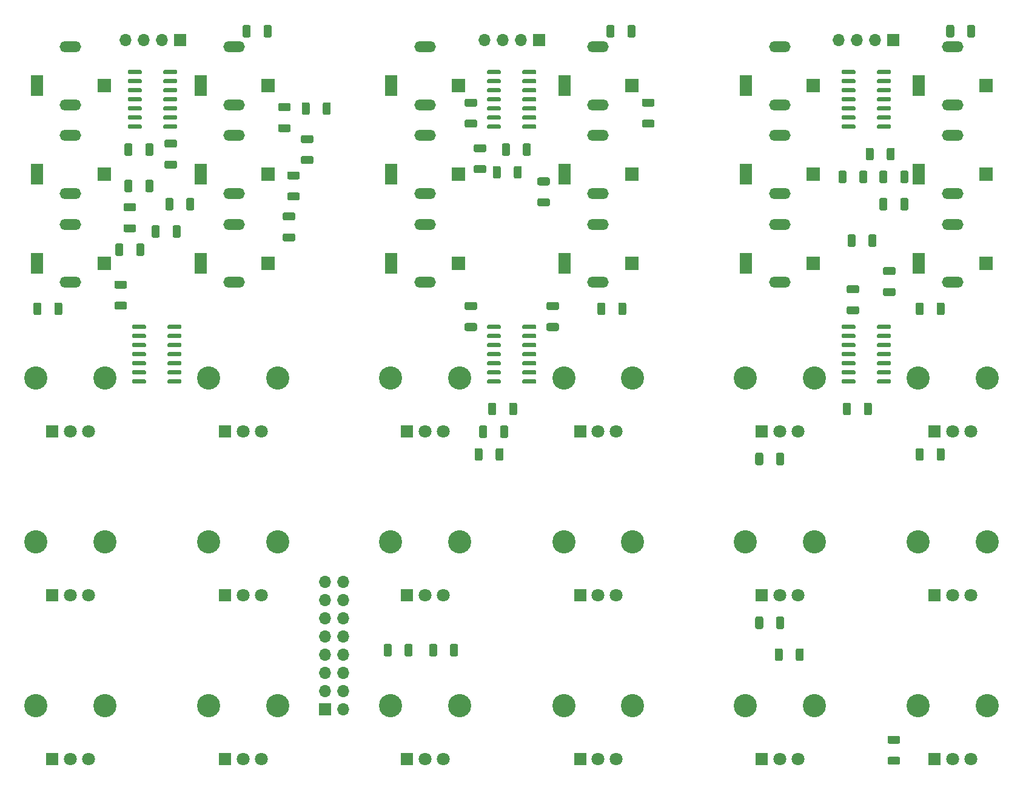
<source format=gbr>
%TF.GenerationSoftware,KiCad,Pcbnew,(5.1.8)-1*%
%TF.CreationDate,2021-01-26T23:12:48-05:00*%
%TF.ProjectId,LedController2,4c656443-6f6e-4747-926f-6c6c6572322e,rev?*%
%TF.SameCoordinates,Original*%
%TF.FileFunction,Soldermask,Bot*%
%TF.FilePolarity,Negative*%
%FSLAX46Y46*%
G04 Gerber Fmt 4.6, Leading zero omitted, Abs format (unit mm)*
G04 Created by KiCad (PCBNEW (5.1.8)-1) date 2021-01-26 23:12:48*
%MOMM*%
%LPD*%
G01*
G04 APERTURE LIST*
%ADD10R,1.750000X3.000000*%
%ADD11R,1.850000X1.850000*%
%ADD12O,3.000000X1.524000*%
%ADD13C,3.240000*%
%ADD14C,1.800000*%
%ADD15R,1.800000X1.800000*%
%ADD16O,1.700000X1.700000*%
%ADD17R,1.700000X1.700000*%
G04 APERTURE END LIST*
%TO.C,R45*%
G36*
G01*
X122290000Y-25409999D02*
X122290000Y-26660001D01*
G75*
G02*
X122040001Y-26910000I-249999J0D01*
G01*
X121414999Y-26910000D01*
G75*
G02*
X121165000Y-26660001I0J249999D01*
G01*
X121165000Y-25409999D01*
G75*
G02*
X121414999Y-25160000I249999J0D01*
G01*
X122040001Y-25160000D01*
G75*
G02*
X122290000Y-25409999I0J-249999D01*
G01*
G37*
G36*
G01*
X125215000Y-25409999D02*
X125215000Y-26660001D01*
G75*
G02*
X124965001Y-26910000I-249999J0D01*
G01*
X124339999Y-26910000D01*
G75*
G02*
X124090000Y-26660001I0J249999D01*
G01*
X124090000Y-25409999D01*
G75*
G02*
X124339999Y-25160000I249999J0D01*
G01*
X124965001Y-25160000D01*
G75*
G02*
X125215000Y-25409999I0J-249999D01*
G01*
G37*
%TD*%
%TO.C,R44*%
G36*
G01*
X131622000Y-1279999D02*
X131622000Y-2530001D01*
G75*
G02*
X131372001Y-2780000I-249999J0D01*
G01*
X130746999Y-2780000D01*
G75*
G02*
X130497000Y-2530001I0J249999D01*
G01*
X130497000Y-1279999D01*
G75*
G02*
X130746999Y-1030000I249999J0D01*
G01*
X131372001Y-1030000D01*
G75*
G02*
X131622000Y-1279999I0J-249999D01*
G01*
G37*
G36*
G01*
X134547000Y-1279999D02*
X134547000Y-2530001D01*
G75*
G02*
X134297001Y-2780000I-249999J0D01*
G01*
X133671999Y-2780000D01*
G75*
G02*
X133422000Y-2530001I0J249999D01*
G01*
X133422000Y-1279999D01*
G75*
G02*
X133671999Y-1030000I249999J0D01*
G01*
X134297001Y-1030000D01*
G75*
G02*
X134547000Y-1279999I0J-249999D01*
G01*
G37*
%TD*%
%TO.C,R43*%
G36*
G01*
X127370000Y-40014999D02*
X127370000Y-41265001D01*
G75*
G02*
X127120001Y-41515000I-249999J0D01*
G01*
X126494999Y-41515000D01*
G75*
G02*
X126245000Y-41265001I0J249999D01*
G01*
X126245000Y-40014999D01*
G75*
G02*
X126494999Y-39765000I249999J0D01*
G01*
X127120001Y-39765000D01*
G75*
G02*
X127370000Y-40014999I0J-249999D01*
G01*
G37*
G36*
G01*
X130295000Y-40014999D02*
X130295000Y-41265001D01*
G75*
G02*
X130045001Y-41515000I-249999J0D01*
G01*
X129419999Y-41515000D01*
G75*
G02*
X129170000Y-41265001I0J249999D01*
G01*
X129170000Y-40014999D01*
G75*
G02*
X129419999Y-39765000I249999J0D01*
G01*
X130045001Y-39765000D01*
G75*
G02*
X130295000Y-40014999I0J-249999D01*
G01*
G37*
%TD*%
%TO.C,R42*%
G36*
G01*
X74920001Y-23422500D02*
X73669999Y-23422500D01*
G75*
G02*
X73420000Y-23172501I0J249999D01*
G01*
X73420000Y-22547499D01*
G75*
G02*
X73669999Y-22297500I249999J0D01*
G01*
X74920001Y-22297500D01*
G75*
G02*
X75170000Y-22547499I0J-249999D01*
G01*
X75170000Y-23172501D01*
G75*
G02*
X74920001Y-23422500I-249999J0D01*
G01*
G37*
G36*
G01*
X74920001Y-26347500D02*
X73669999Y-26347500D01*
G75*
G02*
X73420000Y-26097501I0J249999D01*
G01*
X73420000Y-25472499D01*
G75*
G02*
X73669999Y-25222500I249999J0D01*
G01*
X74920001Y-25222500D01*
G75*
G02*
X75170000Y-25472499I0J-249999D01*
G01*
X75170000Y-26097501D01*
G75*
G02*
X74920001Y-26347500I-249999J0D01*
G01*
G37*
%TD*%
%TO.C,R41*%
G36*
G01*
X89525001Y-12435000D02*
X88274999Y-12435000D01*
G75*
G02*
X88025000Y-12185001I0J249999D01*
G01*
X88025000Y-11559999D01*
G75*
G02*
X88274999Y-11310000I249999J0D01*
G01*
X89525001Y-11310000D01*
G75*
G02*
X89775000Y-11559999I0J-249999D01*
G01*
X89775000Y-12185001D01*
G75*
G02*
X89525001Y-12435000I-249999J0D01*
G01*
G37*
G36*
G01*
X89525001Y-15360000D02*
X88274999Y-15360000D01*
G75*
G02*
X88025000Y-15110001I0J249999D01*
G01*
X88025000Y-14484999D01*
G75*
G02*
X88274999Y-14235000I249999J0D01*
G01*
X89525001Y-14235000D01*
G75*
G02*
X89775000Y-14484999I0J-249999D01*
G01*
X89775000Y-15110001D01*
G75*
G02*
X89525001Y-15360000I-249999J0D01*
G01*
G37*
%TD*%
%TO.C,R40*%
G36*
G01*
X84720000Y-41265001D02*
X84720000Y-40014999D01*
G75*
G02*
X84969999Y-39765000I249999J0D01*
G01*
X85595001Y-39765000D01*
G75*
G02*
X85845000Y-40014999I0J-249999D01*
G01*
X85845000Y-41265001D01*
G75*
G02*
X85595001Y-41515000I-249999J0D01*
G01*
X84969999Y-41515000D01*
G75*
G02*
X84720000Y-41265001I0J249999D01*
G01*
G37*
G36*
G01*
X81795000Y-41265001D02*
X81795000Y-40014999D01*
G75*
G02*
X82044999Y-39765000I249999J0D01*
G01*
X82670001Y-39765000D01*
G75*
G02*
X82920000Y-40014999I0J-249999D01*
G01*
X82920000Y-41265001D01*
G75*
G02*
X82670001Y-41515000I-249999J0D01*
G01*
X82044999Y-41515000D01*
G75*
G02*
X81795000Y-41265001I0J249999D01*
G01*
G37*
%TD*%
%TO.C,R39*%
G36*
G01*
X18680000Y-24120001D02*
X18680000Y-22869999D01*
G75*
G02*
X18929999Y-22620000I249999J0D01*
G01*
X19555001Y-22620000D01*
G75*
G02*
X19805000Y-22869999I0J-249999D01*
G01*
X19805000Y-24120001D01*
G75*
G02*
X19555001Y-24370000I-249999J0D01*
G01*
X18929999Y-24370000D01*
G75*
G02*
X18680000Y-24120001I0J249999D01*
G01*
G37*
G36*
G01*
X15755000Y-24120001D02*
X15755000Y-22869999D01*
G75*
G02*
X16004999Y-22620000I249999J0D01*
G01*
X16630001Y-22620000D01*
G75*
G02*
X16880000Y-22869999I0J-249999D01*
G01*
X16880000Y-24120001D01*
G75*
G02*
X16630001Y-24370000I-249999J0D01*
G01*
X16004999Y-24370000D01*
G75*
G02*
X15755000Y-24120001I0J249999D01*
G01*
G37*
%TD*%
%TO.C,R38*%
G36*
G01*
X41900001Y-17515000D02*
X40649999Y-17515000D01*
G75*
G02*
X40400000Y-17265001I0J249999D01*
G01*
X40400000Y-16639999D01*
G75*
G02*
X40649999Y-16390000I249999J0D01*
G01*
X41900001Y-16390000D01*
G75*
G02*
X42150000Y-16639999I0J-249999D01*
G01*
X42150000Y-17265001D01*
G75*
G02*
X41900001Y-17515000I-249999J0D01*
G01*
G37*
G36*
G01*
X41900001Y-20440000D02*
X40649999Y-20440000D01*
G75*
G02*
X40400000Y-20190001I0J249999D01*
G01*
X40400000Y-19564999D01*
G75*
G02*
X40649999Y-19315000I249999J0D01*
G01*
X41900001Y-19315000D01*
G75*
G02*
X42150000Y-19564999I0J-249999D01*
G01*
X42150000Y-20190001D01*
G75*
G02*
X41900001Y-20440000I-249999J0D01*
G01*
G37*
%TD*%
%TO.C,R37*%
G36*
G01*
X39995001Y-22595000D02*
X38744999Y-22595000D01*
G75*
G02*
X38495000Y-22345001I0J249999D01*
G01*
X38495000Y-21719999D01*
G75*
G02*
X38744999Y-21470000I249999J0D01*
G01*
X39995001Y-21470000D01*
G75*
G02*
X40245000Y-21719999I0J-249999D01*
G01*
X40245000Y-22345001D01*
G75*
G02*
X39995001Y-22595000I-249999J0D01*
G01*
G37*
G36*
G01*
X39995001Y-25520000D02*
X38744999Y-25520000D01*
G75*
G02*
X38495000Y-25270001I0J249999D01*
G01*
X38495000Y-24644999D01*
G75*
G02*
X38744999Y-24395000I249999J0D01*
G01*
X39995001Y-24395000D01*
G75*
G02*
X40245000Y-24644999I0J-249999D01*
G01*
X40245000Y-25270001D01*
G75*
G02*
X39995001Y-25520000I-249999J0D01*
G01*
G37*
%TD*%
D10*
%TO.C,G_CV_IN_3*%
X102550000Y-21872500D03*
D11*
X111950000Y-21872500D03*
D12*
X107250000Y-24572500D03*
X107250000Y-16472500D03*
%TD*%
D10*
%TO.C,B_CV_IN_3*%
X102550000Y-34255000D03*
D11*
X111950000Y-34255000D03*
D12*
X107250000Y-36955000D03*
X107250000Y-28855000D03*
%TD*%
D10*
%TO.C,R_CV_IN_3*%
X102550000Y-9490000D03*
D11*
X111950000Y-9490000D03*
D12*
X107250000Y-12190000D03*
X107250000Y-4090000D03*
%TD*%
D10*
%TO.C,G_CV_IN_2*%
X53020000Y-21872500D03*
D11*
X62420000Y-21872500D03*
D12*
X57720000Y-24572500D03*
X57720000Y-16472500D03*
%TD*%
D10*
%TO.C,B_CV_IN_2*%
X53020000Y-34255000D03*
D11*
X62420000Y-34255000D03*
D12*
X57720000Y-36955000D03*
X57720000Y-28855000D03*
%TD*%
D10*
%TO.C,R_CV_IN_2*%
X53020000Y-9490000D03*
D11*
X62420000Y-9490000D03*
D12*
X57720000Y-12190000D03*
X57720000Y-4090000D03*
%TD*%
D10*
%TO.C,G_CV_IN_1*%
X3555000Y-21872500D03*
D11*
X12955000Y-21872500D03*
D12*
X8255000Y-24572500D03*
X8255000Y-16472500D03*
%TD*%
D10*
%TO.C,B_CV_IN_1*%
X3555000Y-34255000D03*
D11*
X12955000Y-34255000D03*
D12*
X8255000Y-36955000D03*
X8255000Y-28855000D03*
%TD*%
D10*
%TO.C,R_CV_IN_1*%
X3555000Y-9490000D03*
D11*
X12955000Y-9490000D03*
D12*
X8255000Y-12190000D03*
X8255000Y-4090000D03*
%TD*%
D10*
%TO.C,Audio_R_3*%
X126680000Y-9490000D03*
D11*
X136080000Y-9490000D03*
D12*
X131380000Y-12190000D03*
X131380000Y-4090000D03*
%TD*%
D10*
%TO.C,Audio_B_3*%
X126680000Y-34255000D03*
D11*
X136080000Y-34255000D03*
D12*
X131380000Y-36955000D03*
X131380000Y-28855000D03*
%TD*%
D10*
%TO.C,Audio_G_3*%
X126680000Y-21872500D03*
D11*
X136080000Y-21872500D03*
D12*
X131380000Y-24572500D03*
X131380000Y-16472500D03*
%TD*%
D10*
%TO.C,Audio_R_2*%
X77190000Y-9490000D03*
D11*
X86590000Y-9490000D03*
D12*
X81890000Y-12190000D03*
X81890000Y-4090000D03*
%TD*%
D10*
%TO.C,Audio_B_2*%
X77190000Y-34255000D03*
D11*
X86590000Y-34255000D03*
D12*
X81890000Y-36955000D03*
X81890000Y-28855000D03*
%TD*%
D10*
%TO.C,Audio_G_2*%
X77190000Y-21872500D03*
D11*
X86590000Y-21872500D03*
D12*
X81890000Y-24572500D03*
X81890000Y-16472500D03*
%TD*%
D10*
%TO.C,Audio_R_1*%
X26415000Y-9490000D03*
D11*
X35815000Y-9490000D03*
D12*
X31115000Y-12190000D03*
X31115000Y-4090000D03*
%TD*%
D10*
%TO.C,Audio_B_1*%
X26415000Y-34255000D03*
D11*
X35815000Y-34255000D03*
D12*
X31115000Y-36955000D03*
X31115000Y-28855000D03*
%TD*%
D10*
%TO.C,Audio_G_1*%
X26415000Y-21872500D03*
D11*
X35815000Y-21872500D03*
D12*
X31115000Y-24572500D03*
X31115000Y-16472500D03*
%TD*%
D13*
%TO.C,G_CV_3*%
X102475000Y-73145000D03*
X112075000Y-73145000D03*
D14*
X109775000Y-80645000D03*
X107275000Y-80645000D03*
D15*
X104775000Y-80645000D03*
%TD*%
D13*
%TO.C,B_CV_3*%
X102475000Y-96005000D03*
X112075000Y-96005000D03*
D14*
X109775000Y-103505000D03*
X107275000Y-103505000D03*
D15*
X104775000Y-103505000D03*
%TD*%
D13*
%TO.C,R_CV_3*%
X102475000Y-50285000D03*
X112075000Y-50285000D03*
D14*
X109775000Y-57785000D03*
X107275000Y-57785000D03*
D15*
X104775000Y-57785000D03*
%TD*%
D13*
%TO.C,G_CV_2*%
X52945000Y-73145000D03*
X62545000Y-73145000D03*
D14*
X60245000Y-80645000D03*
X57745000Y-80645000D03*
D15*
X55245000Y-80645000D03*
%TD*%
D13*
%TO.C,B_CV_2*%
X52945000Y-96005000D03*
X62545000Y-96005000D03*
D14*
X60245000Y-103505000D03*
X57745000Y-103505000D03*
D15*
X55245000Y-103505000D03*
%TD*%
D13*
%TO.C,R_CV_2*%
X52945000Y-50285000D03*
X62545000Y-50285000D03*
D14*
X60245000Y-57785000D03*
X57745000Y-57785000D03*
D15*
X55245000Y-57785000D03*
%TD*%
D13*
%TO.C,G_CV_1*%
X27545000Y-73145000D03*
X37145000Y-73145000D03*
D14*
X34845000Y-80645000D03*
X32345000Y-80645000D03*
D15*
X29845000Y-80645000D03*
%TD*%
D13*
%TO.C,B_CV_1*%
X27545000Y-96005000D03*
X37145000Y-96005000D03*
D14*
X34845000Y-103505000D03*
X32345000Y-103505000D03*
D15*
X29845000Y-103505000D03*
%TD*%
D13*
%TO.C,R_CV_1*%
X27545000Y-50285000D03*
X37145000Y-50285000D03*
D14*
X34845000Y-57785000D03*
X32345000Y-57785000D03*
D15*
X29845000Y-57785000D03*
%TD*%
D13*
%TO.C,B_A_RV1*%
X3415000Y-96005000D03*
X13015000Y-96005000D03*
D14*
X10715000Y-103505000D03*
X8215000Y-103505000D03*
D15*
X5715000Y-103505000D03*
%TD*%
%TO.C,U5*%
G36*
G01*
X120840000Y-15390000D02*
X120840000Y-15090000D01*
G75*
G02*
X120990000Y-14940000I150000J0D01*
G01*
X122640000Y-14940000D01*
G75*
G02*
X122790000Y-15090000I0J-150000D01*
G01*
X122790000Y-15390000D01*
G75*
G02*
X122640000Y-15540000I-150000J0D01*
G01*
X120990000Y-15540000D01*
G75*
G02*
X120840000Y-15390000I0J150000D01*
G01*
G37*
G36*
G01*
X120840000Y-14120000D02*
X120840000Y-13820000D01*
G75*
G02*
X120990000Y-13670000I150000J0D01*
G01*
X122640000Y-13670000D01*
G75*
G02*
X122790000Y-13820000I0J-150000D01*
G01*
X122790000Y-14120000D01*
G75*
G02*
X122640000Y-14270000I-150000J0D01*
G01*
X120990000Y-14270000D01*
G75*
G02*
X120840000Y-14120000I0J150000D01*
G01*
G37*
G36*
G01*
X120840000Y-12850000D02*
X120840000Y-12550000D01*
G75*
G02*
X120990000Y-12400000I150000J0D01*
G01*
X122640000Y-12400000D01*
G75*
G02*
X122790000Y-12550000I0J-150000D01*
G01*
X122790000Y-12850000D01*
G75*
G02*
X122640000Y-13000000I-150000J0D01*
G01*
X120990000Y-13000000D01*
G75*
G02*
X120840000Y-12850000I0J150000D01*
G01*
G37*
G36*
G01*
X120840000Y-11580000D02*
X120840000Y-11280000D01*
G75*
G02*
X120990000Y-11130000I150000J0D01*
G01*
X122640000Y-11130000D01*
G75*
G02*
X122790000Y-11280000I0J-150000D01*
G01*
X122790000Y-11580000D01*
G75*
G02*
X122640000Y-11730000I-150000J0D01*
G01*
X120990000Y-11730000D01*
G75*
G02*
X120840000Y-11580000I0J150000D01*
G01*
G37*
G36*
G01*
X120840000Y-10310000D02*
X120840000Y-10010000D01*
G75*
G02*
X120990000Y-9860000I150000J0D01*
G01*
X122640000Y-9860000D01*
G75*
G02*
X122790000Y-10010000I0J-150000D01*
G01*
X122790000Y-10310000D01*
G75*
G02*
X122640000Y-10460000I-150000J0D01*
G01*
X120990000Y-10460000D01*
G75*
G02*
X120840000Y-10310000I0J150000D01*
G01*
G37*
G36*
G01*
X120840000Y-9040000D02*
X120840000Y-8740000D01*
G75*
G02*
X120990000Y-8590000I150000J0D01*
G01*
X122640000Y-8590000D01*
G75*
G02*
X122790000Y-8740000I0J-150000D01*
G01*
X122790000Y-9040000D01*
G75*
G02*
X122640000Y-9190000I-150000J0D01*
G01*
X120990000Y-9190000D01*
G75*
G02*
X120840000Y-9040000I0J150000D01*
G01*
G37*
G36*
G01*
X120840000Y-7770000D02*
X120840000Y-7470000D01*
G75*
G02*
X120990000Y-7320000I150000J0D01*
G01*
X122640000Y-7320000D01*
G75*
G02*
X122790000Y-7470000I0J-150000D01*
G01*
X122790000Y-7770000D01*
G75*
G02*
X122640000Y-7920000I-150000J0D01*
G01*
X120990000Y-7920000D01*
G75*
G02*
X120840000Y-7770000I0J150000D01*
G01*
G37*
G36*
G01*
X115890000Y-7770000D02*
X115890000Y-7470000D01*
G75*
G02*
X116040000Y-7320000I150000J0D01*
G01*
X117690000Y-7320000D01*
G75*
G02*
X117840000Y-7470000I0J-150000D01*
G01*
X117840000Y-7770000D01*
G75*
G02*
X117690000Y-7920000I-150000J0D01*
G01*
X116040000Y-7920000D01*
G75*
G02*
X115890000Y-7770000I0J150000D01*
G01*
G37*
G36*
G01*
X115890000Y-9040000D02*
X115890000Y-8740000D01*
G75*
G02*
X116040000Y-8590000I150000J0D01*
G01*
X117690000Y-8590000D01*
G75*
G02*
X117840000Y-8740000I0J-150000D01*
G01*
X117840000Y-9040000D01*
G75*
G02*
X117690000Y-9190000I-150000J0D01*
G01*
X116040000Y-9190000D01*
G75*
G02*
X115890000Y-9040000I0J150000D01*
G01*
G37*
G36*
G01*
X115890000Y-10310000D02*
X115890000Y-10010000D01*
G75*
G02*
X116040000Y-9860000I150000J0D01*
G01*
X117690000Y-9860000D01*
G75*
G02*
X117840000Y-10010000I0J-150000D01*
G01*
X117840000Y-10310000D01*
G75*
G02*
X117690000Y-10460000I-150000J0D01*
G01*
X116040000Y-10460000D01*
G75*
G02*
X115890000Y-10310000I0J150000D01*
G01*
G37*
G36*
G01*
X115890000Y-11580000D02*
X115890000Y-11280000D01*
G75*
G02*
X116040000Y-11130000I150000J0D01*
G01*
X117690000Y-11130000D01*
G75*
G02*
X117840000Y-11280000I0J-150000D01*
G01*
X117840000Y-11580000D01*
G75*
G02*
X117690000Y-11730000I-150000J0D01*
G01*
X116040000Y-11730000D01*
G75*
G02*
X115890000Y-11580000I0J150000D01*
G01*
G37*
G36*
G01*
X115890000Y-12850000D02*
X115890000Y-12550000D01*
G75*
G02*
X116040000Y-12400000I150000J0D01*
G01*
X117690000Y-12400000D01*
G75*
G02*
X117840000Y-12550000I0J-150000D01*
G01*
X117840000Y-12850000D01*
G75*
G02*
X117690000Y-13000000I-150000J0D01*
G01*
X116040000Y-13000000D01*
G75*
G02*
X115890000Y-12850000I0J150000D01*
G01*
G37*
G36*
G01*
X115890000Y-14120000D02*
X115890000Y-13820000D01*
G75*
G02*
X116040000Y-13670000I150000J0D01*
G01*
X117690000Y-13670000D01*
G75*
G02*
X117840000Y-13820000I0J-150000D01*
G01*
X117840000Y-14120000D01*
G75*
G02*
X117690000Y-14270000I-150000J0D01*
G01*
X116040000Y-14270000D01*
G75*
G02*
X115890000Y-14120000I0J150000D01*
G01*
G37*
G36*
G01*
X115890000Y-15390000D02*
X115890000Y-15090000D01*
G75*
G02*
X116040000Y-14940000I150000J0D01*
G01*
X117690000Y-14940000D01*
G75*
G02*
X117840000Y-15090000I0J-150000D01*
G01*
X117840000Y-15390000D01*
G75*
G02*
X117690000Y-15540000I-150000J0D01*
G01*
X116040000Y-15540000D01*
G75*
G02*
X115890000Y-15390000I0J150000D01*
G01*
G37*
%TD*%
%TO.C,U3*%
G36*
G01*
X71330000Y-50950000D02*
X71330000Y-50650000D01*
G75*
G02*
X71480000Y-50500000I150000J0D01*
G01*
X73130000Y-50500000D01*
G75*
G02*
X73280000Y-50650000I0J-150000D01*
G01*
X73280000Y-50950000D01*
G75*
G02*
X73130000Y-51100000I-150000J0D01*
G01*
X71480000Y-51100000D01*
G75*
G02*
X71330000Y-50950000I0J150000D01*
G01*
G37*
G36*
G01*
X71330000Y-49680000D02*
X71330000Y-49380000D01*
G75*
G02*
X71480000Y-49230000I150000J0D01*
G01*
X73130000Y-49230000D01*
G75*
G02*
X73280000Y-49380000I0J-150000D01*
G01*
X73280000Y-49680000D01*
G75*
G02*
X73130000Y-49830000I-150000J0D01*
G01*
X71480000Y-49830000D01*
G75*
G02*
X71330000Y-49680000I0J150000D01*
G01*
G37*
G36*
G01*
X71330000Y-48410000D02*
X71330000Y-48110000D01*
G75*
G02*
X71480000Y-47960000I150000J0D01*
G01*
X73130000Y-47960000D01*
G75*
G02*
X73280000Y-48110000I0J-150000D01*
G01*
X73280000Y-48410000D01*
G75*
G02*
X73130000Y-48560000I-150000J0D01*
G01*
X71480000Y-48560000D01*
G75*
G02*
X71330000Y-48410000I0J150000D01*
G01*
G37*
G36*
G01*
X71330000Y-47140000D02*
X71330000Y-46840000D01*
G75*
G02*
X71480000Y-46690000I150000J0D01*
G01*
X73130000Y-46690000D01*
G75*
G02*
X73280000Y-46840000I0J-150000D01*
G01*
X73280000Y-47140000D01*
G75*
G02*
X73130000Y-47290000I-150000J0D01*
G01*
X71480000Y-47290000D01*
G75*
G02*
X71330000Y-47140000I0J150000D01*
G01*
G37*
G36*
G01*
X71330000Y-45870000D02*
X71330000Y-45570000D01*
G75*
G02*
X71480000Y-45420000I150000J0D01*
G01*
X73130000Y-45420000D01*
G75*
G02*
X73280000Y-45570000I0J-150000D01*
G01*
X73280000Y-45870000D01*
G75*
G02*
X73130000Y-46020000I-150000J0D01*
G01*
X71480000Y-46020000D01*
G75*
G02*
X71330000Y-45870000I0J150000D01*
G01*
G37*
G36*
G01*
X71330000Y-44600000D02*
X71330000Y-44300000D01*
G75*
G02*
X71480000Y-44150000I150000J0D01*
G01*
X73130000Y-44150000D01*
G75*
G02*
X73280000Y-44300000I0J-150000D01*
G01*
X73280000Y-44600000D01*
G75*
G02*
X73130000Y-44750000I-150000J0D01*
G01*
X71480000Y-44750000D01*
G75*
G02*
X71330000Y-44600000I0J150000D01*
G01*
G37*
G36*
G01*
X71330000Y-43330000D02*
X71330000Y-43030000D01*
G75*
G02*
X71480000Y-42880000I150000J0D01*
G01*
X73130000Y-42880000D01*
G75*
G02*
X73280000Y-43030000I0J-150000D01*
G01*
X73280000Y-43330000D01*
G75*
G02*
X73130000Y-43480000I-150000J0D01*
G01*
X71480000Y-43480000D01*
G75*
G02*
X71330000Y-43330000I0J150000D01*
G01*
G37*
G36*
G01*
X66380000Y-43330000D02*
X66380000Y-43030000D01*
G75*
G02*
X66530000Y-42880000I150000J0D01*
G01*
X68180000Y-42880000D01*
G75*
G02*
X68330000Y-43030000I0J-150000D01*
G01*
X68330000Y-43330000D01*
G75*
G02*
X68180000Y-43480000I-150000J0D01*
G01*
X66530000Y-43480000D01*
G75*
G02*
X66380000Y-43330000I0J150000D01*
G01*
G37*
G36*
G01*
X66380000Y-44600000D02*
X66380000Y-44300000D01*
G75*
G02*
X66530000Y-44150000I150000J0D01*
G01*
X68180000Y-44150000D01*
G75*
G02*
X68330000Y-44300000I0J-150000D01*
G01*
X68330000Y-44600000D01*
G75*
G02*
X68180000Y-44750000I-150000J0D01*
G01*
X66530000Y-44750000D01*
G75*
G02*
X66380000Y-44600000I0J150000D01*
G01*
G37*
G36*
G01*
X66380000Y-45870000D02*
X66380000Y-45570000D01*
G75*
G02*
X66530000Y-45420000I150000J0D01*
G01*
X68180000Y-45420000D01*
G75*
G02*
X68330000Y-45570000I0J-150000D01*
G01*
X68330000Y-45870000D01*
G75*
G02*
X68180000Y-46020000I-150000J0D01*
G01*
X66530000Y-46020000D01*
G75*
G02*
X66380000Y-45870000I0J150000D01*
G01*
G37*
G36*
G01*
X66380000Y-47140000D02*
X66380000Y-46840000D01*
G75*
G02*
X66530000Y-46690000I150000J0D01*
G01*
X68180000Y-46690000D01*
G75*
G02*
X68330000Y-46840000I0J-150000D01*
G01*
X68330000Y-47140000D01*
G75*
G02*
X68180000Y-47290000I-150000J0D01*
G01*
X66530000Y-47290000D01*
G75*
G02*
X66380000Y-47140000I0J150000D01*
G01*
G37*
G36*
G01*
X66380000Y-48410000D02*
X66380000Y-48110000D01*
G75*
G02*
X66530000Y-47960000I150000J0D01*
G01*
X68180000Y-47960000D01*
G75*
G02*
X68330000Y-48110000I0J-150000D01*
G01*
X68330000Y-48410000D01*
G75*
G02*
X68180000Y-48560000I-150000J0D01*
G01*
X66530000Y-48560000D01*
G75*
G02*
X66380000Y-48410000I0J150000D01*
G01*
G37*
G36*
G01*
X66380000Y-49680000D02*
X66380000Y-49380000D01*
G75*
G02*
X66530000Y-49230000I150000J0D01*
G01*
X68180000Y-49230000D01*
G75*
G02*
X68330000Y-49380000I0J-150000D01*
G01*
X68330000Y-49680000D01*
G75*
G02*
X68180000Y-49830000I-150000J0D01*
G01*
X66530000Y-49830000D01*
G75*
G02*
X66380000Y-49680000I0J150000D01*
G01*
G37*
G36*
G01*
X66380000Y-50950000D02*
X66380000Y-50650000D01*
G75*
G02*
X66530000Y-50500000I150000J0D01*
G01*
X68180000Y-50500000D01*
G75*
G02*
X68330000Y-50650000I0J-150000D01*
G01*
X68330000Y-50950000D01*
G75*
G02*
X68180000Y-51100000I-150000J0D01*
G01*
X66530000Y-51100000D01*
G75*
G02*
X66380000Y-50950000I0J150000D01*
G01*
G37*
%TD*%
%TO.C,U1*%
G36*
G01*
X21185000Y-15390000D02*
X21185000Y-15090000D01*
G75*
G02*
X21335000Y-14940000I150000J0D01*
G01*
X22985000Y-14940000D01*
G75*
G02*
X23135000Y-15090000I0J-150000D01*
G01*
X23135000Y-15390000D01*
G75*
G02*
X22985000Y-15540000I-150000J0D01*
G01*
X21335000Y-15540000D01*
G75*
G02*
X21185000Y-15390000I0J150000D01*
G01*
G37*
G36*
G01*
X21185000Y-14120000D02*
X21185000Y-13820000D01*
G75*
G02*
X21335000Y-13670000I150000J0D01*
G01*
X22985000Y-13670000D01*
G75*
G02*
X23135000Y-13820000I0J-150000D01*
G01*
X23135000Y-14120000D01*
G75*
G02*
X22985000Y-14270000I-150000J0D01*
G01*
X21335000Y-14270000D01*
G75*
G02*
X21185000Y-14120000I0J150000D01*
G01*
G37*
G36*
G01*
X21185000Y-12850000D02*
X21185000Y-12550000D01*
G75*
G02*
X21335000Y-12400000I150000J0D01*
G01*
X22985000Y-12400000D01*
G75*
G02*
X23135000Y-12550000I0J-150000D01*
G01*
X23135000Y-12850000D01*
G75*
G02*
X22985000Y-13000000I-150000J0D01*
G01*
X21335000Y-13000000D01*
G75*
G02*
X21185000Y-12850000I0J150000D01*
G01*
G37*
G36*
G01*
X21185000Y-11580000D02*
X21185000Y-11280000D01*
G75*
G02*
X21335000Y-11130000I150000J0D01*
G01*
X22985000Y-11130000D01*
G75*
G02*
X23135000Y-11280000I0J-150000D01*
G01*
X23135000Y-11580000D01*
G75*
G02*
X22985000Y-11730000I-150000J0D01*
G01*
X21335000Y-11730000D01*
G75*
G02*
X21185000Y-11580000I0J150000D01*
G01*
G37*
G36*
G01*
X21185000Y-10310000D02*
X21185000Y-10010000D01*
G75*
G02*
X21335000Y-9860000I150000J0D01*
G01*
X22985000Y-9860000D01*
G75*
G02*
X23135000Y-10010000I0J-150000D01*
G01*
X23135000Y-10310000D01*
G75*
G02*
X22985000Y-10460000I-150000J0D01*
G01*
X21335000Y-10460000D01*
G75*
G02*
X21185000Y-10310000I0J150000D01*
G01*
G37*
G36*
G01*
X21185000Y-9040000D02*
X21185000Y-8740000D01*
G75*
G02*
X21335000Y-8590000I150000J0D01*
G01*
X22985000Y-8590000D01*
G75*
G02*
X23135000Y-8740000I0J-150000D01*
G01*
X23135000Y-9040000D01*
G75*
G02*
X22985000Y-9190000I-150000J0D01*
G01*
X21335000Y-9190000D01*
G75*
G02*
X21185000Y-9040000I0J150000D01*
G01*
G37*
G36*
G01*
X21185000Y-7770000D02*
X21185000Y-7470000D01*
G75*
G02*
X21335000Y-7320000I150000J0D01*
G01*
X22985000Y-7320000D01*
G75*
G02*
X23135000Y-7470000I0J-150000D01*
G01*
X23135000Y-7770000D01*
G75*
G02*
X22985000Y-7920000I-150000J0D01*
G01*
X21335000Y-7920000D01*
G75*
G02*
X21185000Y-7770000I0J150000D01*
G01*
G37*
G36*
G01*
X16235000Y-7770000D02*
X16235000Y-7470000D01*
G75*
G02*
X16385000Y-7320000I150000J0D01*
G01*
X18035000Y-7320000D01*
G75*
G02*
X18185000Y-7470000I0J-150000D01*
G01*
X18185000Y-7770000D01*
G75*
G02*
X18035000Y-7920000I-150000J0D01*
G01*
X16385000Y-7920000D01*
G75*
G02*
X16235000Y-7770000I0J150000D01*
G01*
G37*
G36*
G01*
X16235000Y-9040000D02*
X16235000Y-8740000D01*
G75*
G02*
X16385000Y-8590000I150000J0D01*
G01*
X18035000Y-8590000D01*
G75*
G02*
X18185000Y-8740000I0J-150000D01*
G01*
X18185000Y-9040000D01*
G75*
G02*
X18035000Y-9190000I-150000J0D01*
G01*
X16385000Y-9190000D01*
G75*
G02*
X16235000Y-9040000I0J150000D01*
G01*
G37*
G36*
G01*
X16235000Y-10310000D02*
X16235000Y-10010000D01*
G75*
G02*
X16385000Y-9860000I150000J0D01*
G01*
X18035000Y-9860000D01*
G75*
G02*
X18185000Y-10010000I0J-150000D01*
G01*
X18185000Y-10310000D01*
G75*
G02*
X18035000Y-10460000I-150000J0D01*
G01*
X16385000Y-10460000D01*
G75*
G02*
X16235000Y-10310000I0J150000D01*
G01*
G37*
G36*
G01*
X16235000Y-11580000D02*
X16235000Y-11280000D01*
G75*
G02*
X16385000Y-11130000I150000J0D01*
G01*
X18035000Y-11130000D01*
G75*
G02*
X18185000Y-11280000I0J-150000D01*
G01*
X18185000Y-11580000D01*
G75*
G02*
X18035000Y-11730000I-150000J0D01*
G01*
X16385000Y-11730000D01*
G75*
G02*
X16235000Y-11580000I0J150000D01*
G01*
G37*
G36*
G01*
X16235000Y-12850000D02*
X16235000Y-12550000D01*
G75*
G02*
X16385000Y-12400000I150000J0D01*
G01*
X18035000Y-12400000D01*
G75*
G02*
X18185000Y-12550000I0J-150000D01*
G01*
X18185000Y-12850000D01*
G75*
G02*
X18035000Y-13000000I-150000J0D01*
G01*
X16385000Y-13000000D01*
G75*
G02*
X16235000Y-12850000I0J150000D01*
G01*
G37*
G36*
G01*
X16235000Y-14120000D02*
X16235000Y-13820000D01*
G75*
G02*
X16385000Y-13670000I150000J0D01*
G01*
X18035000Y-13670000D01*
G75*
G02*
X18185000Y-13820000I0J-150000D01*
G01*
X18185000Y-14120000D01*
G75*
G02*
X18035000Y-14270000I-150000J0D01*
G01*
X16385000Y-14270000D01*
G75*
G02*
X16235000Y-14120000I0J150000D01*
G01*
G37*
G36*
G01*
X16235000Y-15390000D02*
X16235000Y-15090000D01*
G75*
G02*
X16385000Y-14940000I150000J0D01*
G01*
X18035000Y-14940000D01*
G75*
G02*
X18185000Y-15090000I0J-150000D01*
G01*
X18185000Y-15390000D01*
G75*
G02*
X18035000Y-15540000I-150000J0D01*
G01*
X16385000Y-15540000D01*
G75*
G02*
X16235000Y-15390000I0J150000D01*
G01*
G37*
%TD*%
%TO.C,U6*%
G36*
G01*
X120840000Y-50950000D02*
X120840000Y-50650000D01*
G75*
G02*
X120990000Y-50500000I150000J0D01*
G01*
X122640000Y-50500000D01*
G75*
G02*
X122790000Y-50650000I0J-150000D01*
G01*
X122790000Y-50950000D01*
G75*
G02*
X122640000Y-51100000I-150000J0D01*
G01*
X120990000Y-51100000D01*
G75*
G02*
X120840000Y-50950000I0J150000D01*
G01*
G37*
G36*
G01*
X120840000Y-49680000D02*
X120840000Y-49380000D01*
G75*
G02*
X120990000Y-49230000I150000J0D01*
G01*
X122640000Y-49230000D01*
G75*
G02*
X122790000Y-49380000I0J-150000D01*
G01*
X122790000Y-49680000D01*
G75*
G02*
X122640000Y-49830000I-150000J0D01*
G01*
X120990000Y-49830000D01*
G75*
G02*
X120840000Y-49680000I0J150000D01*
G01*
G37*
G36*
G01*
X120840000Y-48410000D02*
X120840000Y-48110000D01*
G75*
G02*
X120990000Y-47960000I150000J0D01*
G01*
X122640000Y-47960000D01*
G75*
G02*
X122790000Y-48110000I0J-150000D01*
G01*
X122790000Y-48410000D01*
G75*
G02*
X122640000Y-48560000I-150000J0D01*
G01*
X120990000Y-48560000D01*
G75*
G02*
X120840000Y-48410000I0J150000D01*
G01*
G37*
G36*
G01*
X120840000Y-47140000D02*
X120840000Y-46840000D01*
G75*
G02*
X120990000Y-46690000I150000J0D01*
G01*
X122640000Y-46690000D01*
G75*
G02*
X122790000Y-46840000I0J-150000D01*
G01*
X122790000Y-47140000D01*
G75*
G02*
X122640000Y-47290000I-150000J0D01*
G01*
X120990000Y-47290000D01*
G75*
G02*
X120840000Y-47140000I0J150000D01*
G01*
G37*
G36*
G01*
X120840000Y-45870000D02*
X120840000Y-45570000D01*
G75*
G02*
X120990000Y-45420000I150000J0D01*
G01*
X122640000Y-45420000D01*
G75*
G02*
X122790000Y-45570000I0J-150000D01*
G01*
X122790000Y-45870000D01*
G75*
G02*
X122640000Y-46020000I-150000J0D01*
G01*
X120990000Y-46020000D01*
G75*
G02*
X120840000Y-45870000I0J150000D01*
G01*
G37*
G36*
G01*
X120840000Y-44600000D02*
X120840000Y-44300000D01*
G75*
G02*
X120990000Y-44150000I150000J0D01*
G01*
X122640000Y-44150000D01*
G75*
G02*
X122790000Y-44300000I0J-150000D01*
G01*
X122790000Y-44600000D01*
G75*
G02*
X122640000Y-44750000I-150000J0D01*
G01*
X120990000Y-44750000D01*
G75*
G02*
X120840000Y-44600000I0J150000D01*
G01*
G37*
G36*
G01*
X120840000Y-43330000D02*
X120840000Y-43030000D01*
G75*
G02*
X120990000Y-42880000I150000J0D01*
G01*
X122640000Y-42880000D01*
G75*
G02*
X122790000Y-43030000I0J-150000D01*
G01*
X122790000Y-43330000D01*
G75*
G02*
X122640000Y-43480000I-150000J0D01*
G01*
X120990000Y-43480000D01*
G75*
G02*
X120840000Y-43330000I0J150000D01*
G01*
G37*
G36*
G01*
X115890000Y-43330000D02*
X115890000Y-43030000D01*
G75*
G02*
X116040000Y-42880000I150000J0D01*
G01*
X117690000Y-42880000D01*
G75*
G02*
X117840000Y-43030000I0J-150000D01*
G01*
X117840000Y-43330000D01*
G75*
G02*
X117690000Y-43480000I-150000J0D01*
G01*
X116040000Y-43480000D01*
G75*
G02*
X115890000Y-43330000I0J150000D01*
G01*
G37*
G36*
G01*
X115890000Y-44600000D02*
X115890000Y-44300000D01*
G75*
G02*
X116040000Y-44150000I150000J0D01*
G01*
X117690000Y-44150000D01*
G75*
G02*
X117840000Y-44300000I0J-150000D01*
G01*
X117840000Y-44600000D01*
G75*
G02*
X117690000Y-44750000I-150000J0D01*
G01*
X116040000Y-44750000D01*
G75*
G02*
X115890000Y-44600000I0J150000D01*
G01*
G37*
G36*
G01*
X115890000Y-45870000D02*
X115890000Y-45570000D01*
G75*
G02*
X116040000Y-45420000I150000J0D01*
G01*
X117690000Y-45420000D01*
G75*
G02*
X117840000Y-45570000I0J-150000D01*
G01*
X117840000Y-45870000D01*
G75*
G02*
X117690000Y-46020000I-150000J0D01*
G01*
X116040000Y-46020000D01*
G75*
G02*
X115890000Y-45870000I0J150000D01*
G01*
G37*
G36*
G01*
X115890000Y-47140000D02*
X115890000Y-46840000D01*
G75*
G02*
X116040000Y-46690000I150000J0D01*
G01*
X117690000Y-46690000D01*
G75*
G02*
X117840000Y-46840000I0J-150000D01*
G01*
X117840000Y-47140000D01*
G75*
G02*
X117690000Y-47290000I-150000J0D01*
G01*
X116040000Y-47290000D01*
G75*
G02*
X115890000Y-47140000I0J150000D01*
G01*
G37*
G36*
G01*
X115890000Y-48410000D02*
X115890000Y-48110000D01*
G75*
G02*
X116040000Y-47960000I150000J0D01*
G01*
X117690000Y-47960000D01*
G75*
G02*
X117840000Y-48110000I0J-150000D01*
G01*
X117840000Y-48410000D01*
G75*
G02*
X117690000Y-48560000I-150000J0D01*
G01*
X116040000Y-48560000D01*
G75*
G02*
X115890000Y-48410000I0J150000D01*
G01*
G37*
G36*
G01*
X115890000Y-49680000D02*
X115890000Y-49380000D01*
G75*
G02*
X116040000Y-49230000I150000J0D01*
G01*
X117690000Y-49230000D01*
G75*
G02*
X117840000Y-49380000I0J-150000D01*
G01*
X117840000Y-49680000D01*
G75*
G02*
X117690000Y-49830000I-150000J0D01*
G01*
X116040000Y-49830000D01*
G75*
G02*
X115890000Y-49680000I0J150000D01*
G01*
G37*
G36*
G01*
X115890000Y-50950000D02*
X115890000Y-50650000D01*
G75*
G02*
X116040000Y-50500000I150000J0D01*
G01*
X117690000Y-50500000D01*
G75*
G02*
X117840000Y-50650000I0J-150000D01*
G01*
X117840000Y-50950000D01*
G75*
G02*
X117690000Y-51100000I-150000J0D01*
G01*
X116040000Y-51100000D01*
G75*
G02*
X115890000Y-50950000I0J150000D01*
G01*
G37*
%TD*%
%TO.C,U4*%
G36*
G01*
X71330000Y-15390000D02*
X71330000Y-15090000D01*
G75*
G02*
X71480000Y-14940000I150000J0D01*
G01*
X73130000Y-14940000D01*
G75*
G02*
X73280000Y-15090000I0J-150000D01*
G01*
X73280000Y-15390000D01*
G75*
G02*
X73130000Y-15540000I-150000J0D01*
G01*
X71480000Y-15540000D01*
G75*
G02*
X71330000Y-15390000I0J150000D01*
G01*
G37*
G36*
G01*
X71330000Y-14120000D02*
X71330000Y-13820000D01*
G75*
G02*
X71480000Y-13670000I150000J0D01*
G01*
X73130000Y-13670000D01*
G75*
G02*
X73280000Y-13820000I0J-150000D01*
G01*
X73280000Y-14120000D01*
G75*
G02*
X73130000Y-14270000I-150000J0D01*
G01*
X71480000Y-14270000D01*
G75*
G02*
X71330000Y-14120000I0J150000D01*
G01*
G37*
G36*
G01*
X71330000Y-12850000D02*
X71330000Y-12550000D01*
G75*
G02*
X71480000Y-12400000I150000J0D01*
G01*
X73130000Y-12400000D01*
G75*
G02*
X73280000Y-12550000I0J-150000D01*
G01*
X73280000Y-12850000D01*
G75*
G02*
X73130000Y-13000000I-150000J0D01*
G01*
X71480000Y-13000000D01*
G75*
G02*
X71330000Y-12850000I0J150000D01*
G01*
G37*
G36*
G01*
X71330000Y-11580000D02*
X71330000Y-11280000D01*
G75*
G02*
X71480000Y-11130000I150000J0D01*
G01*
X73130000Y-11130000D01*
G75*
G02*
X73280000Y-11280000I0J-150000D01*
G01*
X73280000Y-11580000D01*
G75*
G02*
X73130000Y-11730000I-150000J0D01*
G01*
X71480000Y-11730000D01*
G75*
G02*
X71330000Y-11580000I0J150000D01*
G01*
G37*
G36*
G01*
X71330000Y-10310000D02*
X71330000Y-10010000D01*
G75*
G02*
X71480000Y-9860000I150000J0D01*
G01*
X73130000Y-9860000D01*
G75*
G02*
X73280000Y-10010000I0J-150000D01*
G01*
X73280000Y-10310000D01*
G75*
G02*
X73130000Y-10460000I-150000J0D01*
G01*
X71480000Y-10460000D01*
G75*
G02*
X71330000Y-10310000I0J150000D01*
G01*
G37*
G36*
G01*
X71330000Y-9040000D02*
X71330000Y-8740000D01*
G75*
G02*
X71480000Y-8590000I150000J0D01*
G01*
X73130000Y-8590000D01*
G75*
G02*
X73280000Y-8740000I0J-150000D01*
G01*
X73280000Y-9040000D01*
G75*
G02*
X73130000Y-9190000I-150000J0D01*
G01*
X71480000Y-9190000D01*
G75*
G02*
X71330000Y-9040000I0J150000D01*
G01*
G37*
G36*
G01*
X71330000Y-7770000D02*
X71330000Y-7470000D01*
G75*
G02*
X71480000Y-7320000I150000J0D01*
G01*
X73130000Y-7320000D01*
G75*
G02*
X73280000Y-7470000I0J-150000D01*
G01*
X73280000Y-7770000D01*
G75*
G02*
X73130000Y-7920000I-150000J0D01*
G01*
X71480000Y-7920000D01*
G75*
G02*
X71330000Y-7770000I0J150000D01*
G01*
G37*
G36*
G01*
X66380000Y-7770000D02*
X66380000Y-7470000D01*
G75*
G02*
X66530000Y-7320000I150000J0D01*
G01*
X68180000Y-7320000D01*
G75*
G02*
X68330000Y-7470000I0J-150000D01*
G01*
X68330000Y-7770000D01*
G75*
G02*
X68180000Y-7920000I-150000J0D01*
G01*
X66530000Y-7920000D01*
G75*
G02*
X66380000Y-7770000I0J150000D01*
G01*
G37*
G36*
G01*
X66380000Y-9040000D02*
X66380000Y-8740000D01*
G75*
G02*
X66530000Y-8590000I150000J0D01*
G01*
X68180000Y-8590000D01*
G75*
G02*
X68330000Y-8740000I0J-150000D01*
G01*
X68330000Y-9040000D01*
G75*
G02*
X68180000Y-9190000I-150000J0D01*
G01*
X66530000Y-9190000D01*
G75*
G02*
X66380000Y-9040000I0J150000D01*
G01*
G37*
G36*
G01*
X66380000Y-10310000D02*
X66380000Y-10010000D01*
G75*
G02*
X66530000Y-9860000I150000J0D01*
G01*
X68180000Y-9860000D01*
G75*
G02*
X68330000Y-10010000I0J-150000D01*
G01*
X68330000Y-10310000D01*
G75*
G02*
X68180000Y-10460000I-150000J0D01*
G01*
X66530000Y-10460000D01*
G75*
G02*
X66380000Y-10310000I0J150000D01*
G01*
G37*
G36*
G01*
X66380000Y-11580000D02*
X66380000Y-11280000D01*
G75*
G02*
X66530000Y-11130000I150000J0D01*
G01*
X68180000Y-11130000D01*
G75*
G02*
X68330000Y-11280000I0J-150000D01*
G01*
X68330000Y-11580000D01*
G75*
G02*
X68180000Y-11730000I-150000J0D01*
G01*
X66530000Y-11730000D01*
G75*
G02*
X66380000Y-11580000I0J150000D01*
G01*
G37*
G36*
G01*
X66380000Y-12850000D02*
X66380000Y-12550000D01*
G75*
G02*
X66530000Y-12400000I150000J0D01*
G01*
X68180000Y-12400000D01*
G75*
G02*
X68330000Y-12550000I0J-150000D01*
G01*
X68330000Y-12850000D01*
G75*
G02*
X68180000Y-13000000I-150000J0D01*
G01*
X66530000Y-13000000D01*
G75*
G02*
X66380000Y-12850000I0J150000D01*
G01*
G37*
G36*
G01*
X66380000Y-14120000D02*
X66380000Y-13820000D01*
G75*
G02*
X66530000Y-13670000I150000J0D01*
G01*
X68180000Y-13670000D01*
G75*
G02*
X68330000Y-13820000I0J-150000D01*
G01*
X68330000Y-14120000D01*
G75*
G02*
X68180000Y-14270000I-150000J0D01*
G01*
X66530000Y-14270000D01*
G75*
G02*
X66380000Y-14120000I0J150000D01*
G01*
G37*
G36*
G01*
X66380000Y-15390000D02*
X66380000Y-15090000D01*
G75*
G02*
X66530000Y-14940000I150000J0D01*
G01*
X68180000Y-14940000D01*
G75*
G02*
X68330000Y-15090000I0J-150000D01*
G01*
X68330000Y-15390000D01*
G75*
G02*
X68180000Y-15540000I-150000J0D01*
G01*
X66530000Y-15540000D01*
G75*
G02*
X66380000Y-15390000I0J150000D01*
G01*
G37*
%TD*%
%TO.C,U2*%
G36*
G01*
X21780000Y-50950000D02*
X21780000Y-50650000D01*
G75*
G02*
X21930000Y-50500000I150000J0D01*
G01*
X23580000Y-50500000D01*
G75*
G02*
X23730000Y-50650000I0J-150000D01*
G01*
X23730000Y-50950000D01*
G75*
G02*
X23580000Y-51100000I-150000J0D01*
G01*
X21930000Y-51100000D01*
G75*
G02*
X21780000Y-50950000I0J150000D01*
G01*
G37*
G36*
G01*
X21780000Y-49680000D02*
X21780000Y-49380000D01*
G75*
G02*
X21930000Y-49230000I150000J0D01*
G01*
X23580000Y-49230000D01*
G75*
G02*
X23730000Y-49380000I0J-150000D01*
G01*
X23730000Y-49680000D01*
G75*
G02*
X23580000Y-49830000I-150000J0D01*
G01*
X21930000Y-49830000D01*
G75*
G02*
X21780000Y-49680000I0J150000D01*
G01*
G37*
G36*
G01*
X21780000Y-48410000D02*
X21780000Y-48110000D01*
G75*
G02*
X21930000Y-47960000I150000J0D01*
G01*
X23580000Y-47960000D01*
G75*
G02*
X23730000Y-48110000I0J-150000D01*
G01*
X23730000Y-48410000D01*
G75*
G02*
X23580000Y-48560000I-150000J0D01*
G01*
X21930000Y-48560000D01*
G75*
G02*
X21780000Y-48410000I0J150000D01*
G01*
G37*
G36*
G01*
X21780000Y-47140000D02*
X21780000Y-46840000D01*
G75*
G02*
X21930000Y-46690000I150000J0D01*
G01*
X23580000Y-46690000D01*
G75*
G02*
X23730000Y-46840000I0J-150000D01*
G01*
X23730000Y-47140000D01*
G75*
G02*
X23580000Y-47290000I-150000J0D01*
G01*
X21930000Y-47290000D01*
G75*
G02*
X21780000Y-47140000I0J150000D01*
G01*
G37*
G36*
G01*
X21780000Y-45870000D02*
X21780000Y-45570000D01*
G75*
G02*
X21930000Y-45420000I150000J0D01*
G01*
X23580000Y-45420000D01*
G75*
G02*
X23730000Y-45570000I0J-150000D01*
G01*
X23730000Y-45870000D01*
G75*
G02*
X23580000Y-46020000I-150000J0D01*
G01*
X21930000Y-46020000D01*
G75*
G02*
X21780000Y-45870000I0J150000D01*
G01*
G37*
G36*
G01*
X21780000Y-44600000D02*
X21780000Y-44300000D01*
G75*
G02*
X21930000Y-44150000I150000J0D01*
G01*
X23580000Y-44150000D01*
G75*
G02*
X23730000Y-44300000I0J-150000D01*
G01*
X23730000Y-44600000D01*
G75*
G02*
X23580000Y-44750000I-150000J0D01*
G01*
X21930000Y-44750000D01*
G75*
G02*
X21780000Y-44600000I0J150000D01*
G01*
G37*
G36*
G01*
X21780000Y-43330000D02*
X21780000Y-43030000D01*
G75*
G02*
X21930000Y-42880000I150000J0D01*
G01*
X23580000Y-42880000D01*
G75*
G02*
X23730000Y-43030000I0J-150000D01*
G01*
X23730000Y-43330000D01*
G75*
G02*
X23580000Y-43480000I-150000J0D01*
G01*
X21930000Y-43480000D01*
G75*
G02*
X21780000Y-43330000I0J150000D01*
G01*
G37*
G36*
G01*
X16830000Y-43330000D02*
X16830000Y-43030000D01*
G75*
G02*
X16980000Y-42880000I150000J0D01*
G01*
X18630000Y-42880000D01*
G75*
G02*
X18780000Y-43030000I0J-150000D01*
G01*
X18780000Y-43330000D01*
G75*
G02*
X18630000Y-43480000I-150000J0D01*
G01*
X16980000Y-43480000D01*
G75*
G02*
X16830000Y-43330000I0J150000D01*
G01*
G37*
G36*
G01*
X16830000Y-44600000D02*
X16830000Y-44300000D01*
G75*
G02*
X16980000Y-44150000I150000J0D01*
G01*
X18630000Y-44150000D01*
G75*
G02*
X18780000Y-44300000I0J-150000D01*
G01*
X18780000Y-44600000D01*
G75*
G02*
X18630000Y-44750000I-150000J0D01*
G01*
X16980000Y-44750000D01*
G75*
G02*
X16830000Y-44600000I0J150000D01*
G01*
G37*
G36*
G01*
X16830000Y-45870000D02*
X16830000Y-45570000D01*
G75*
G02*
X16980000Y-45420000I150000J0D01*
G01*
X18630000Y-45420000D01*
G75*
G02*
X18780000Y-45570000I0J-150000D01*
G01*
X18780000Y-45870000D01*
G75*
G02*
X18630000Y-46020000I-150000J0D01*
G01*
X16980000Y-46020000D01*
G75*
G02*
X16830000Y-45870000I0J150000D01*
G01*
G37*
G36*
G01*
X16830000Y-47140000D02*
X16830000Y-46840000D01*
G75*
G02*
X16980000Y-46690000I150000J0D01*
G01*
X18630000Y-46690000D01*
G75*
G02*
X18780000Y-46840000I0J-150000D01*
G01*
X18780000Y-47140000D01*
G75*
G02*
X18630000Y-47290000I-150000J0D01*
G01*
X16980000Y-47290000D01*
G75*
G02*
X16830000Y-47140000I0J150000D01*
G01*
G37*
G36*
G01*
X16830000Y-48410000D02*
X16830000Y-48110000D01*
G75*
G02*
X16980000Y-47960000I150000J0D01*
G01*
X18630000Y-47960000D01*
G75*
G02*
X18780000Y-48110000I0J-150000D01*
G01*
X18780000Y-48410000D01*
G75*
G02*
X18630000Y-48560000I-150000J0D01*
G01*
X16980000Y-48560000D01*
G75*
G02*
X16830000Y-48410000I0J150000D01*
G01*
G37*
G36*
G01*
X16830000Y-49680000D02*
X16830000Y-49380000D01*
G75*
G02*
X16980000Y-49230000I150000J0D01*
G01*
X18630000Y-49230000D01*
G75*
G02*
X18780000Y-49380000I0J-150000D01*
G01*
X18780000Y-49680000D01*
G75*
G02*
X18630000Y-49830000I-150000J0D01*
G01*
X16980000Y-49830000D01*
G75*
G02*
X16830000Y-49680000I0J150000D01*
G01*
G37*
G36*
G01*
X16830000Y-50950000D02*
X16830000Y-50650000D01*
G75*
G02*
X16980000Y-50500000I150000J0D01*
G01*
X18630000Y-50500000D01*
G75*
G02*
X18780000Y-50650000I0J-150000D01*
G01*
X18780000Y-50950000D01*
G75*
G02*
X18630000Y-51100000I-150000J0D01*
G01*
X16980000Y-51100000D01*
G75*
G02*
X16830000Y-50950000I0J150000D01*
G01*
G37*
%TD*%
D13*
%TO.C,R_A_RV3*%
X126605000Y-50285000D03*
X136205000Y-50285000D03*
D14*
X133905000Y-57785000D03*
X131405000Y-57785000D03*
D15*
X128905000Y-57785000D03*
%TD*%
D13*
%TO.C,B_A_RV3*%
X126605000Y-96005000D03*
X136205000Y-96005000D03*
D14*
X133905000Y-103505000D03*
X131405000Y-103505000D03*
D15*
X128905000Y-103505000D03*
%TD*%
D13*
%TO.C,G_A_RV3*%
X126605000Y-73145000D03*
X136205000Y-73145000D03*
D14*
X133905000Y-80645000D03*
X131405000Y-80645000D03*
D15*
X128905000Y-80645000D03*
%TD*%
D13*
%TO.C,R_A_RV2*%
X77115000Y-50285000D03*
X86715000Y-50285000D03*
D14*
X84415000Y-57785000D03*
X81915000Y-57785000D03*
D15*
X79415000Y-57785000D03*
%TD*%
D13*
%TO.C,B_A_RV2*%
X77115000Y-96005000D03*
X86715000Y-96005000D03*
D14*
X84415000Y-103505000D03*
X81915000Y-103505000D03*
D15*
X79415000Y-103505000D03*
%TD*%
D13*
%TO.C,G_A_RV2*%
X77115000Y-73145000D03*
X86715000Y-73145000D03*
D14*
X84415000Y-80645000D03*
X81915000Y-80645000D03*
D15*
X79415000Y-80645000D03*
%TD*%
D13*
%TO.C,R_A_RV1*%
X3415000Y-50285000D03*
X13015000Y-50285000D03*
D14*
X10715000Y-57785000D03*
X8215000Y-57785000D03*
D15*
X5715000Y-57785000D03*
%TD*%
D13*
%TO.C,G_A_RV1*%
X3415000Y-73145000D03*
X13015000Y-73145000D03*
D14*
X10715000Y-80645000D03*
X8215000Y-80645000D03*
D15*
X5715000Y-80645000D03*
%TD*%
%TO.C,R36*%
G36*
G01*
X123180001Y-35930000D02*
X121929999Y-35930000D01*
G75*
G02*
X121680000Y-35680001I0J249999D01*
G01*
X121680000Y-35054999D01*
G75*
G02*
X121929999Y-34805000I249999J0D01*
G01*
X123180001Y-34805000D01*
G75*
G02*
X123430000Y-35054999I0J-249999D01*
G01*
X123430000Y-35680001D01*
G75*
G02*
X123180001Y-35930000I-249999J0D01*
G01*
G37*
G36*
G01*
X123180001Y-38855000D02*
X121929999Y-38855000D01*
G75*
G02*
X121680000Y-38605001I0J249999D01*
G01*
X121680000Y-37979999D01*
G75*
G02*
X121929999Y-37730000I249999J0D01*
G01*
X123180001Y-37730000D01*
G75*
G02*
X123430000Y-37979999I0J-249999D01*
G01*
X123430000Y-38605001D01*
G75*
G02*
X123180001Y-38855000I-249999J0D01*
G01*
G37*
%TD*%
%TO.C,R35*%
G36*
G01*
X122564999Y-103135000D02*
X123815001Y-103135000D01*
G75*
G02*
X124065000Y-103384999I0J-249999D01*
G01*
X124065000Y-104010001D01*
G75*
G02*
X123815001Y-104260000I-249999J0D01*
G01*
X122564999Y-104260000D01*
G75*
G02*
X122315000Y-104010001I0J249999D01*
G01*
X122315000Y-103384999D01*
G75*
G02*
X122564999Y-103135000I249999J0D01*
G01*
G37*
G36*
G01*
X122564999Y-100210000D02*
X123815001Y-100210000D01*
G75*
G02*
X124065000Y-100459999I0J-249999D01*
G01*
X124065000Y-101085001D01*
G75*
G02*
X123815001Y-101335000I-249999J0D01*
G01*
X122564999Y-101335000D01*
G75*
G02*
X122315000Y-101085001I0J249999D01*
G01*
X122315000Y-100459999D01*
G75*
G02*
X122564999Y-100210000I249999J0D01*
G01*
G37*
%TD*%
%TO.C,R34*%
G36*
G01*
X119010000Y-55235001D02*
X119010000Y-53984999D01*
G75*
G02*
X119259999Y-53735000I249999J0D01*
G01*
X119885001Y-53735000D01*
G75*
G02*
X120135000Y-53984999I0J-249999D01*
G01*
X120135000Y-55235001D01*
G75*
G02*
X119885001Y-55485000I-249999J0D01*
G01*
X119259999Y-55485000D01*
G75*
G02*
X119010000Y-55235001I0J249999D01*
G01*
G37*
G36*
G01*
X116085000Y-55235001D02*
X116085000Y-53984999D01*
G75*
G02*
X116334999Y-53735000I249999J0D01*
G01*
X116960001Y-53735000D01*
G75*
G02*
X117210000Y-53984999I0J-249999D01*
G01*
X117210000Y-55235001D01*
G75*
G02*
X116960001Y-55485000I-249999J0D01*
G01*
X116334999Y-55485000D01*
G75*
G02*
X116085000Y-55235001I0J249999D01*
G01*
G37*
%TD*%
%TO.C,R33*%
G36*
G01*
X120385000Y-18424999D02*
X120385000Y-19675001D01*
G75*
G02*
X120135001Y-19925000I-249999J0D01*
G01*
X119509999Y-19925000D01*
G75*
G02*
X119260000Y-19675001I0J249999D01*
G01*
X119260000Y-18424999D01*
G75*
G02*
X119509999Y-18175000I249999J0D01*
G01*
X120135001Y-18175000D01*
G75*
G02*
X120385000Y-18424999I0J-249999D01*
G01*
G37*
G36*
G01*
X123310000Y-18424999D02*
X123310000Y-19675001D01*
G75*
G02*
X123060001Y-19925000I-249999J0D01*
G01*
X122434999Y-19925000D01*
G75*
G02*
X122185000Y-19675001I0J249999D01*
G01*
X122185000Y-18424999D01*
G75*
G02*
X122434999Y-18175000I249999J0D01*
G01*
X123060001Y-18175000D01*
G75*
G02*
X123310000Y-18424999I0J-249999D01*
G01*
G37*
%TD*%
%TO.C,R32*%
G36*
G01*
X119645000Y-31740001D02*
X119645000Y-30489999D01*
G75*
G02*
X119894999Y-30240000I249999J0D01*
G01*
X120520001Y-30240000D01*
G75*
G02*
X120770000Y-30489999I0J-249999D01*
G01*
X120770000Y-31740001D01*
G75*
G02*
X120520001Y-31990000I-249999J0D01*
G01*
X119894999Y-31990000D01*
G75*
G02*
X119645000Y-31740001I0J249999D01*
G01*
G37*
G36*
G01*
X116720000Y-31740001D02*
X116720000Y-30489999D01*
G75*
G02*
X116969999Y-30240000I249999J0D01*
G01*
X117595001Y-30240000D01*
G75*
G02*
X117845000Y-30489999I0J-249999D01*
G01*
X117845000Y-31740001D01*
G75*
G02*
X117595001Y-31990000I-249999J0D01*
G01*
X116969999Y-31990000D01*
G75*
G02*
X116720000Y-31740001I0J249999D01*
G01*
G37*
%TD*%
%TO.C,R31*%
G36*
G01*
X118375000Y-22850001D02*
X118375000Y-21599999D01*
G75*
G02*
X118624999Y-21350000I249999J0D01*
G01*
X119250001Y-21350000D01*
G75*
G02*
X119500000Y-21599999I0J-249999D01*
G01*
X119500000Y-22850001D01*
G75*
G02*
X119250001Y-23100000I-249999J0D01*
G01*
X118624999Y-23100000D01*
G75*
G02*
X118375000Y-22850001I0J249999D01*
G01*
G37*
G36*
G01*
X115450000Y-22850001D02*
X115450000Y-21599999D01*
G75*
G02*
X115699999Y-21350000I249999J0D01*
G01*
X116325001Y-21350000D01*
G75*
G02*
X116575000Y-21599999I0J-249999D01*
G01*
X116575000Y-22850001D01*
G75*
G02*
X116325001Y-23100000I-249999J0D01*
G01*
X115699999Y-23100000D01*
G75*
G02*
X115450000Y-22850001I0J249999D01*
G01*
G37*
%TD*%
%TO.C,R30*%
G36*
G01*
X122290000Y-21599999D02*
X122290000Y-22850001D01*
G75*
G02*
X122040001Y-23100000I-249999J0D01*
G01*
X121414999Y-23100000D01*
G75*
G02*
X121165000Y-22850001I0J249999D01*
G01*
X121165000Y-21599999D01*
G75*
G02*
X121414999Y-21350000I249999J0D01*
G01*
X122040001Y-21350000D01*
G75*
G02*
X122290000Y-21599999I0J-249999D01*
G01*
G37*
G36*
G01*
X125215000Y-21599999D02*
X125215000Y-22850001D01*
G75*
G02*
X124965001Y-23100000I-249999J0D01*
G01*
X124339999Y-23100000D01*
G75*
G02*
X124090000Y-22850001I0J249999D01*
G01*
X124090000Y-21599999D01*
G75*
G02*
X124339999Y-21350000I249999J0D01*
G01*
X124965001Y-21350000D01*
G75*
G02*
X125215000Y-21599999I0J-249999D01*
G01*
G37*
%TD*%
%TO.C,R29*%
G36*
G01*
X116849999Y-40270000D02*
X118100001Y-40270000D01*
G75*
G02*
X118350000Y-40519999I0J-249999D01*
G01*
X118350000Y-41145001D01*
G75*
G02*
X118100001Y-41395000I-249999J0D01*
G01*
X116849999Y-41395000D01*
G75*
G02*
X116600000Y-41145001I0J249999D01*
G01*
X116600000Y-40519999D01*
G75*
G02*
X116849999Y-40270000I249999J0D01*
G01*
G37*
G36*
G01*
X116849999Y-37345000D02*
X118100001Y-37345000D01*
G75*
G02*
X118350000Y-37594999I0J-249999D01*
G01*
X118350000Y-38220001D01*
G75*
G02*
X118100001Y-38470000I-249999J0D01*
G01*
X116849999Y-38470000D01*
G75*
G02*
X116600000Y-38220001I0J249999D01*
G01*
X116600000Y-37594999D01*
G75*
G02*
X116849999Y-37345000I249999J0D01*
G01*
G37*
%TD*%
%TO.C,R28*%
G36*
G01*
X129170000Y-61585001D02*
X129170000Y-60334999D01*
G75*
G02*
X129419999Y-60085000I249999J0D01*
G01*
X130045001Y-60085000D01*
G75*
G02*
X130295000Y-60334999I0J-249999D01*
G01*
X130295000Y-61585001D01*
G75*
G02*
X130045001Y-61835000I-249999J0D01*
G01*
X129419999Y-61835000D01*
G75*
G02*
X129170000Y-61585001I0J249999D01*
G01*
G37*
G36*
G01*
X126245000Y-61585001D02*
X126245000Y-60334999D01*
G75*
G02*
X126494999Y-60085000I249999J0D01*
G01*
X127120001Y-60085000D01*
G75*
G02*
X127370000Y-60334999I0J-249999D01*
G01*
X127370000Y-61585001D01*
G75*
G02*
X127120001Y-61835000I-249999J0D01*
G01*
X126494999Y-61835000D01*
G75*
G02*
X126245000Y-61585001I0J249999D01*
G01*
G37*
%TD*%
%TO.C,R27*%
G36*
G01*
X107685000Y-88274999D02*
X107685000Y-89525001D01*
G75*
G02*
X107435001Y-89775000I-249999J0D01*
G01*
X106809999Y-89775000D01*
G75*
G02*
X106560000Y-89525001I0J249999D01*
G01*
X106560000Y-88274999D01*
G75*
G02*
X106809999Y-88025000I249999J0D01*
G01*
X107435001Y-88025000D01*
G75*
G02*
X107685000Y-88274999I0J-249999D01*
G01*
G37*
G36*
G01*
X110610000Y-88274999D02*
X110610000Y-89525001D01*
G75*
G02*
X110360001Y-89775000I-249999J0D01*
G01*
X109734999Y-89775000D01*
G75*
G02*
X109485000Y-89525001I0J249999D01*
G01*
X109485000Y-88274999D01*
G75*
G02*
X109734999Y-88025000I249999J0D01*
G01*
X110360001Y-88025000D01*
G75*
G02*
X110610000Y-88274999I0J-249999D01*
G01*
G37*
%TD*%
%TO.C,R26*%
G36*
G01*
X106752000Y-85080001D02*
X106752000Y-83829999D01*
G75*
G02*
X107001999Y-83580000I249999J0D01*
G01*
X107627001Y-83580000D01*
G75*
G02*
X107877000Y-83829999I0J-249999D01*
G01*
X107877000Y-85080001D01*
G75*
G02*
X107627001Y-85330000I-249999J0D01*
G01*
X107001999Y-85330000D01*
G75*
G02*
X106752000Y-85080001I0J249999D01*
G01*
G37*
G36*
G01*
X103827000Y-85080001D02*
X103827000Y-83829999D01*
G75*
G02*
X104076999Y-83580000I249999J0D01*
G01*
X104702001Y-83580000D01*
G75*
G02*
X104952000Y-83829999I0J-249999D01*
G01*
X104952000Y-85080001D01*
G75*
G02*
X104702001Y-85330000I-249999J0D01*
G01*
X104076999Y-85330000D01*
G75*
G02*
X103827000Y-85080001I0J249999D01*
G01*
G37*
%TD*%
%TO.C,R25*%
G36*
G01*
X106752000Y-62220001D02*
X106752000Y-60969999D01*
G75*
G02*
X107001999Y-60720000I249999J0D01*
G01*
X107627001Y-60720000D01*
G75*
G02*
X107877000Y-60969999I0J-249999D01*
G01*
X107877000Y-62220001D01*
G75*
G02*
X107627001Y-62470000I-249999J0D01*
G01*
X107001999Y-62470000D01*
G75*
G02*
X106752000Y-62220001I0J249999D01*
G01*
G37*
G36*
G01*
X103827000Y-62220001D02*
X103827000Y-60969999D01*
G75*
G02*
X104076999Y-60720000I249999J0D01*
G01*
X104702001Y-60720000D01*
G75*
G02*
X104952000Y-60969999I0J-249999D01*
G01*
X104952000Y-62220001D01*
G75*
G02*
X104702001Y-62470000I-249999J0D01*
G01*
X104076999Y-62470000D01*
G75*
G02*
X103827000Y-62220001I0J249999D01*
G01*
G37*
%TD*%
%TO.C,R24*%
G36*
G01*
X85990000Y-2530001D02*
X85990000Y-1279999D01*
G75*
G02*
X86239999Y-1030000I249999J0D01*
G01*
X86865001Y-1030000D01*
G75*
G02*
X87115000Y-1279999I0J-249999D01*
G01*
X87115000Y-2530001D01*
G75*
G02*
X86865001Y-2780000I-249999J0D01*
G01*
X86239999Y-2780000D01*
G75*
G02*
X85990000Y-2530001I0J249999D01*
G01*
G37*
G36*
G01*
X83065000Y-2530001D02*
X83065000Y-1279999D01*
G75*
G02*
X83314999Y-1030000I249999J0D01*
G01*
X83940001Y-1030000D01*
G75*
G02*
X84190000Y-1279999I0J-249999D01*
G01*
X84190000Y-2530001D01*
G75*
G02*
X83940001Y-2780000I-249999J0D01*
G01*
X83314999Y-2780000D01*
G75*
G02*
X83065000Y-2530001I0J249999D01*
G01*
G37*
%TD*%
%TO.C,R23*%
G36*
G01*
X64760001Y-12435000D02*
X63509999Y-12435000D01*
G75*
G02*
X63260000Y-12185001I0J249999D01*
G01*
X63260000Y-11559999D01*
G75*
G02*
X63509999Y-11310000I249999J0D01*
G01*
X64760001Y-11310000D01*
G75*
G02*
X65010000Y-11559999I0J-249999D01*
G01*
X65010000Y-12185001D01*
G75*
G02*
X64760001Y-12435000I-249999J0D01*
G01*
G37*
G36*
G01*
X64760001Y-15360000D02*
X63509999Y-15360000D01*
G75*
G02*
X63260000Y-15110001I0J249999D01*
G01*
X63260000Y-14484999D01*
G75*
G02*
X63509999Y-14235000I249999J0D01*
G01*
X64760001Y-14235000D01*
G75*
G02*
X65010000Y-14484999I0J-249999D01*
G01*
X65010000Y-15110001D01*
G75*
G02*
X64760001Y-15360000I-249999J0D01*
G01*
G37*
%TD*%
%TO.C,R22*%
G36*
G01*
X64779999Y-20585000D02*
X66030001Y-20585000D01*
G75*
G02*
X66280000Y-20834999I0J-249999D01*
G01*
X66280000Y-21460001D01*
G75*
G02*
X66030001Y-21710000I-249999J0D01*
G01*
X64779999Y-21710000D01*
G75*
G02*
X64530000Y-21460001I0J249999D01*
G01*
X64530000Y-20834999D01*
G75*
G02*
X64779999Y-20585000I249999J0D01*
G01*
G37*
G36*
G01*
X64779999Y-17660000D02*
X66030001Y-17660000D01*
G75*
G02*
X66280000Y-17909999I0J-249999D01*
G01*
X66280000Y-18535001D01*
G75*
G02*
X66030001Y-18785000I-249999J0D01*
G01*
X64779999Y-18785000D01*
G75*
G02*
X64530000Y-18535001I0J249999D01*
G01*
X64530000Y-17909999D01*
G75*
G02*
X64779999Y-17660000I249999J0D01*
G01*
G37*
%TD*%
%TO.C,R21*%
G36*
G01*
X76190001Y-40817500D02*
X74939999Y-40817500D01*
G75*
G02*
X74690000Y-40567501I0J249999D01*
G01*
X74690000Y-39942499D01*
G75*
G02*
X74939999Y-39692500I249999J0D01*
G01*
X76190001Y-39692500D01*
G75*
G02*
X76440000Y-39942499I0J-249999D01*
G01*
X76440000Y-40567501D01*
G75*
G02*
X76190001Y-40817500I-249999J0D01*
G01*
G37*
G36*
G01*
X76190001Y-43742500D02*
X74939999Y-43742500D01*
G75*
G02*
X74690000Y-43492501I0J249999D01*
G01*
X74690000Y-42867499D01*
G75*
G02*
X74939999Y-42617500I249999J0D01*
G01*
X76190001Y-42617500D01*
G75*
G02*
X76440000Y-42867499I0J-249999D01*
G01*
X76440000Y-43492501D01*
G75*
G02*
X76190001Y-43742500I-249999J0D01*
G01*
G37*
%TD*%
%TO.C,R20*%
G36*
G01*
X64760001Y-40817500D02*
X63509999Y-40817500D01*
G75*
G02*
X63260000Y-40567501I0J249999D01*
G01*
X63260000Y-39942499D01*
G75*
G02*
X63509999Y-39692500I249999J0D01*
G01*
X64760001Y-39692500D01*
G75*
G02*
X65010000Y-39942499I0J-249999D01*
G01*
X65010000Y-40567501D01*
G75*
G02*
X64760001Y-40817500I-249999J0D01*
G01*
G37*
G36*
G01*
X64760001Y-43742500D02*
X63509999Y-43742500D01*
G75*
G02*
X63260000Y-43492501I0J249999D01*
G01*
X63260000Y-42867499D01*
G75*
G02*
X63509999Y-42617500I249999J0D01*
G01*
X64760001Y-42617500D01*
G75*
G02*
X65010000Y-42867499I0J-249999D01*
G01*
X65010000Y-43492501D01*
G75*
G02*
X64760001Y-43742500I-249999J0D01*
G01*
G37*
%TD*%
%TO.C,R19*%
G36*
G01*
X71385000Y-19040001D02*
X71385000Y-17789999D01*
G75*
G02*
X71634999Y-17540000I249999J0D01*
G01*
X72260001Y-17540000D01*
G75*
G02*
X72510000Y-17789999I0J-249999D01*
G01*
X72510000Y-19040001D01*
G75*
G02*
X72260001Y-19290000I-249999J0D01*
G01*
X71634999Y-19290000D01*
G75*
G02*
X71385000Y-19040001I0J249999D01*
G01*
G37*
G36*
G01*
X68460000Y-19040001D02*
X68460000Y-17789999D01*
G75*
G02*
X68709999Y-17540000I249999J0D01*
G01*
X69335001Y-17540000D01*
G75*
G02*
X69585000Y-17789999I0J-249999D01*
G01*
X69585000Y-19040001D01*
G75*
G02*
X69335001Y-19290000I-249999J0D01*
G01*
X68709999Y-19290000D01*
G75*
G02*
X68460000Y-19040001I0J249999D01*
G01*
G37*
%TD*%
%TO.C,R18*%
G36*
G01*
X61225000Y-88890001D02*
X61225000Y-87639999D01*
G75*
G02*
X61474999Y-87390000I249999J0D01*
G01*
X62100001Y-87390000D01*
G75*
G02*
X62350000Y-87639999I0J-249999D01*
G01*
X62350000Y-88890001D01*
G75*
G02*
X62100001Y-89140000I-249999J0D01*
G01*
X61474999Y-89140000D01*
G75*
G02*
X61225000Y-88890001I0J249999D01*
G01*
G37*
G36*
G01*
X58300000Y-88890001D02*
X58300000Y-87639999D01*
G75*
G02*
X58549999Y-87390000I249999J0D01*
G01*
X59175001Y-87390000D01*
G75*
G02*
X59425000Y-87639999I0J-249999D01*
G01*
X59425000Y-88890001D01*
G75*
G02*
X59175001Y-89140000I-249999J0D01*
G01*
X58549999Y-89140000D01*
G75*
G02*
X58300000Y-88890001I0J249999D01*
G01*
G37*
%TD*%
%TO.C,R17*%
G36*
G01*
X68210000Y-58410001D02*
X68210000Y-57159999D01*
G75*
G02*
X68459999Y-56910000I249999J0D01*
G01*
X69085001Y-56910000D01*
G75*
G02*
X69335000Y-57159999I0J-249999D01*
G01*
X69335000Y-58410001D01*
G75*
G02*
X69085001Y-58660000I-249999J0D01*
G01*
X68459999Y-58660000D01*
G75*
G02*
X68210000Y-58410001I0J249999D01*
G01*
G37*
G36*
G01*
X65285000Y-58410001D02*
X65285000Y-57159999D01*
G75*
G02*
X65534999Y-56910000I249999J0D01*
G01*
X66160001Y-56910000D01*
G75*
G02*
X66410000Y-57159999I0J-249999D01*
G01*
X66410000Y-58410001D01*
G75*
G02*
X66160001Y-58660000I-249999J0D01*
G01*
X65534999Y-58660000D01*
G75*
G02*
X65285000Y-58410001I0J249999D01*
G01*
G37*
%TD*%
%TO.C,R16*%
G36*
G01*
X68315000Y-20964999D02*
X68315000Y-22215001D01*
G75*
G02*
X68065001Y-22465000I-249999J0D01*
G01*
X67439999Y-22465000D01*
G75*
G02*
X67190000Y-22215001I0J249999D01*
G01*
X67190000Y-20964999D01*
G75*
G02*
X67439999Y-20715000I249999J0D01*
G01*
X68065001Y-20715000D01*
G75*
G02*
X68315000Y-20964999I0J-249999D01*
G01*
G37*
G36*
G01*
X71240000Y-20964999D02*
X71240000Y-22215001D01*
G75*
G02*
X70990001Y-22465000I-249999J0D01*
G01*
X70364999Y-22465000D01*
G75*
G02*
X70115000Y-22215001I0J249999D01*
G01*
X70115000Y-20964999D01*
G75*
G02*
X70364999Y-20715000I249999J0D01*
G01*
X70990001Y-20715000D01*
G75*
G02*
X71240000Y-20964999I0J-249999D01*
G01*
G37*
%TD*%
%TO.C,R15*%
G36*
G01*
X54875000Y-88890001D02*
X54875000Y-87639999D01*
G75*
G02*
X55124999Y-87390000I249999J0D01*
G01*
X55750001Y-87390000D01*
G75*
G02*
X56000000Y-87639999I0J-249999D01*
G01*
X56000000Y-88890001D01*
G75*
G02*
X55750001Y-89140000I-249999J0D01*
G01*
X55124999Y-89140000D01*
G75*
G02*
X54875000Y-88890001I0J249999D01*
G01*
G37*
G36*
G01*
X51950000Y-88890001D02*
X51950000Y-87639999D01*
G75*
G02*
X52199999Y-87390000I249999J0D01*
G01*
X52825001Y-87390000D01*
G75*
G02*
X53075000Y-87639999I0J-249999D01*
G01*
X53075000Y-88890001D01*
G75*
G02*
X52825001Y-89140000I-249999J0D01*
G01*
X52199999Y-89140000D01*
G75*
G02*
X51950000Y-88890001I0J249999D01*
G01*
G37*
%TD*%
%TO.C,R14*%
G36*
G01*
X67575000Y-61585001D02*
X67575000Y-60334999D01*
G75*
G02*
X67824999Y-60085000I249999J0D01*
G01*
X68450001Y-60085000D01*
G75*
G02*
X68700000Y-60334999I0J-249999D01*
G01*
X68700000Y-61585001D01*
G75*
G02*
X68450001Y-61835000I-249999J0D01*
G01*
X67824999Y-61835000D01*
G75*
G02*
X67575000Y-61585001I0J249999D01*
G01*
G37*
G36*
G01*
X64650000Y-61585001D02*
X64650000Y-60334999D01*
G75*
G02*
X64899999Y-60085000I249999J0D01*
G01*
X65525001Y-60085000D01*
G75*
G02*
X65775000Y-60334999I0J-249999D01*
G01*
X65775000Y-61585001D01*
G75*
G02*
X65525001Y-61835000I-249999J0D01*
G01*
X64899999Y-61835000D01*
G75*
G02*
X64650000Y-61585001I0J249999D01*
G01*
G37*
%TD*%
%TO.C,R13*%
G36*
G01*
X69480000Y-55235001D02*
X69480000Y-53984999D01*
G75*
G02*
X69729999Y-53735000I249999J0D01*
G01*
X70355001Y-53735000D01*
G75*
G02*
X70605000Y-53984999I0J-249999D01*
G01*
X70605000Y-55235001D01*
G75*
G02*
X70355001Y-55485000I-249999J0D01*
G01*
X69729999Y-55485000D01*
G75*
G02*
X69480000Y-55235001I0J249999D01*
G01*
G37*
G36*
G01*
X66555000Y-55235001D02*
X66555000Y-53984999D01*
G75*
G02*
X66804999Y-53735000I249999J0D01*
G01*
X67430001Y-53735000D01*
G75*
G02*
X67680000Y-53984999I0J-249999D01*
G01*
X67680000Y-55235001D01*
G75*
G02*
X67430001Y-55485000I-249999J0D01*
G01*
X66804999Y-55485000D01*
G75*
G02*
X66555000Y-55235001I0J249999D01*
G01*
G37*
%TD*%
%TO.C,R12*%
G36*
G01*
X17135001Y-27040000D02*
X15884999Y-27040000D01*
G75*
G02*
X15635000Y-26790001I0J249999D01*
G01*
X15635000Y-26164999D01*
G75*
G02*
X15884999Y-25915000I249999J0D01*
G01*
X17135001Y-25915000D01*
G75*
G02*
X17385000Y-26164999I0J-249999D01*
G01*
X17385000Y-26790001D01*
G75*
G02*
X17135001Y-27040000I-249999J0D01*
G01*
G37*
G36*
G01*
X17135001Y-29965000D02*
X15884999Y-29965000D01*
G75*
G02*
X15635000Y-29715001I0J249999D01*
G01*
X15635000Y-29089999D01*
G75*
G02*
X15884999Y-28840000I249999J0D01*
G01*
X17135001Y-28840000D01*
G75*
G02*
X17385000Y-29089999I0J-249999D01*
G01*
X17385000Y-29715001D01*
G75*
G02*
X17135001Y-29965000I-249999J0D01*
G01*
G37*
%TD*%
%TO.C,R11*%
G36*
G01*
X15865001Y-37835000D02*
X14614999Y-37835000D01*
G75*
G02*
X14365000Y-37585001I0J249999D01*
G01*
X14365000Y-36959999D01*
G75*
G02*
X14614999Y-36710000I249999J0D01*
G01*
X15865001Y-36710000D01*
G75*
G02*
X16115000Y-36959999I0J-249999D01*
G01*
X16115000Y-37585001D01*
G75*
G02*
X15865001Y-37835000I-249999J0D01*
G01*
G37*
G36*
G01*
X15865001Y-40760000D02*
X14614999Y-40760000D01*
G75*
G02*
X14365000Y-40510001I0J249999D01*
G01*
X14365000Y-39884999D01*
G75*
G02*
X14614999Y-39635000I249999J0D01*
G01*
X15865001Y-39635000D01*
G75*
G02*
X16115000Y-39884999I0J-249999D01*
G01*
X16115000Y-40510001D01*
G75*
G02*
X15865001Y-40760000I-249999J0D01*
G01*
G37*
%TD*%
%TO.C,R10*%
G36*
G01*
X4180000Y-40014999D02*
X4180000Y-41265001D01*
G75*
G02*
X3930001Y-41515000I-249999J0D01*
G01*
X3304999Y-41515000D01*
G75*
G02*
X3055000Y-41265001I0J249999D01*
G01*
X3055000Y-40014999D01*
G75*
G02*
X3304999Y-39765000I249999J0D01*
G01*
X3930001Y-39765000D01*
G75*
G02*
X4180000Y-40014999I0J-249999D01*
G01*
G37*
G36*
G01*
X7105000Y-40014999D02*
X7105000Y-41265001D01*
G75*
G02*
X6855001Y-41515000I-249999J0D01*
G01*
X6229999Y-41515000D01*
G75*
G02*
X5980000Y-41265001I0J249999D01*
G01*
X5980000Y-40014999D01*
G75*
G02*
X6229999Y-39765000I249999J0D01*
G01*
X6855001Y-39765000D01*
G75*
G02*
X7105000Y-40014999I0J-249999D01*
G01*
G37*
%TD*%
%TO.C,R9*%
G36*
G01*
X33390000Y-1279999D02*
X33390000Y-2530001D01*
G75*
G02*
X33140001Y-2780000I-249999J0D01*
G01*
X32514999Y-2780000D01*
G75*
G02*
X32265000Y-2530001I0J249999D01*
G01*
X32265000Y-1279999D01*
G75*
G02*
X32514999Y-1030000I249999J0D01*
G01*
X33140001Y-1030000D01*
G75*
G02*
X33390000Y-1279999I0J-249999D01*
G01*
G37*
G36*
G01*
X36315000Y-1279999D02*
X36315000Y-2530001D01*
G75*
G02*
X36065001Y-2780000I-249999J0D01*
G01*
X35439999Y-2780000D01*
G75*
G02*
X35190000Y-2530001I0J249999D01*
G01*
X35190000Y-1279999D01*
G75*
G02*
X35439999Y-1030000I249999J0D01*
G01*
X36065001Y-1030000D01*
G75*
G02*
X36315000Y-1279999I0J-249999D01*
G01*
G37*
%TD*%
%TO.C,R8*%
G36*
G01*
X22850001Y-18150000D02*
X21599999Y-18150000D01*
G75*
G02*
X21350000Y-17900001I0J249999D01*
G01*
X21350000Y-17274999D01*
G75*
G02*
X21599999Y-17025000I249999J0D01*
G01*
X22850001Y-17025000D01*
G75*
G02*
X23100000Y-17274999I0J-249999D01*
G01*
X23100000Y-17900001D01*
G75*
G02*
X22850001Y-18150000I-249999J0D01*
G01*
G37*
G36*
G01*
X22850001Y-21075000D02*
X21599999Y-21075000D01*
G75*
G02*
X21350000Y-20825001I0J249999D01*
G01*
X21350000Y-20199999D01*
G75*
G02*
X21599999Y-19950000I249999J0D01*
G01*
X22850001Y-19950000D01*
G75*
G02*
X23100000Y-20199999I0J-249999D01*
G01*
X23100000Y-20825001D01*
G75*
G02*
X22850001Y-21075000I-249999J0D01*
G01*
G37*
%TD*%
%TO.C,R7*%
G36*
G01*
X22490000Y-30470001D02*
X22490000Y-29219999D01*
G75*
G02*
X22739999Y-28970000I249999J0D01*
G01*
X23365001Y-28970000D01*
G75*
G02*
X23615000Y-29219999I0J-249999D01*
G01*
X23615000Y-30470001D01*
G75*
G02*
X23365001Y-30720000I-249999J0D01*
G01*
X22739999Y-30720000D01*
G75*
G02*
X22490000Y-30470001I0J249999D01*
G01*
G37*
G36*
G01*
X19565000Y-30470001D02*
X19565000Y-29219999D01*
G75*
G02*
X19814999Y-28970000I249999J0D01*
G01*
X20440001Y-28970000D01*
G75*
G02*
X20690000Y-29219999I0J-249999D01*
G01*
X20690000Y-30470001D01*
G75*
G02*
X20440001Y-30720000I-249999J0D01*
G01*
X19814999Y-30720000D01*
G75*
G02*
X19565000Y-30470001I0J249999D01*
G01*
G37*
%TD*%
%TO.C,R6*%
G36*
G01*
X43445000Y-13325001D02*
X43445000Y-12074999D01*
G75*
G02*
X43694999Y-11825000I249999J0D01*
G01*
X44320001Y-11825000D01*
G75*
G02*
X44570000Y-12074999I0J-249999D01*
G01*
X44570000Y-13325001D01*
G75*
G02*
X44320001Y-13575000I-249999J0D01*
G01*
X43694999Y-13575000D01*
G75*
G02*
X43445000Y-13325001I0J249999D01*
G01*
G37*
G36*
G01*
X40520000Y-13325001D02*
X40520000Y-12074999D01*
G75*
G02*
X40769999Y-11825000I249999J0D01*
G01*
X41395001Y-11825000D01*
G75*
G02*
X41645000Y-12074999I0J-249999D01*
G01*
X41645000Y-13325001D01*
G75*
G02*
X41395001Y-13575000I-249999J0D01*
G01*
X40769999Y-13575000D01*
G75*
G02*
X40520000Y-13325001I0J249999D01*
G01*
G37*
%TD*%
%TO.C,R5*%
G36*
G01*
X38109999Y-30110000D02*
X39360001Y-30110000D01*
G75*
G02*
X39610000Y-30359999I0J-249999D01*
G01*
X39610000Y-30985001D01*
G75*
G02*
X39360001Y-31235000I-249999J0D01*
G01*
X38109999Y-31235000D01*
G75*
G02*
X37860000Y-30985001I0J249999D01*
G01*
X37860000Y-30359999D01*
G75*
G02*
X38109999Y-30110000I249999J0D01*
G01*
G37*
G36*
G01*
X38109999Y-27185000D02*
X39360001Y-27185000D01*
G75*
G02*
X39610000Y-27434999I0J-249999D01*
G01*
X39610000Y-28060001D01*
G75*
G02*
X39360001Y-28310000I-249999J0D01*
G01*
X38109999Y-28310000D01*
G75*
G02*
X37860000Y-28060001I0J249999D01*
G01*
X37860000Y-27434999D01*
G75*
G02*
X38109999Y-27185000I249999J0D01*
G01*
G37*
%TD*%
%TO.C,R4*%
G36*
G01*
X15610000Y-31759999D02*
X15610000Y-33010001D01*
G75*
G02*
X15360001Y-33260000I-249999J0D01*
G01*
X14734999Y-33260000D01*
G75*
G02*
X14485000Y-33010001I0J249999D01*
G01*
X14485000Y-31759999D01*
G75*
G02*
X14734999Y-31510000I249999J0D01*
G01*
X15360001Y-31510000D01*
G75*
G02*
X15610000Y-31759999I0J-249999D01*
G01*
G37*
G36*
G01*
X18535000Y-31759999D02*
X18535000Y-33010001D01*
G75*
G02*
X18285001Y-33260000I-249999J0D01*
G01*
X17659999Y-33260000D01*
G75*
G02*
X17410000Y-33010001I0J249999D01*
G01*
X17410000Y-31759999D01*
G75*
G02*
X17659999Y-31510000I249999J0D01*
G01*
X18285001Y-31510000D01*
G75*
G02*
X18535000Y-31759999I0J-249999D01*
G01*
G37*
%TD*%
%TO.C,R3*%
G36*
G01*
X37474999Y-14870000D02*
X38725001Y-14870000D01*
G75*
G02*
X38975000Y-15119999I0J-249999D01*
G01*
X38975000Y-15745001D01*
G75*
G02*
X38725001Y-15995000I-249999J0D01*
G01*
X37474999Y-15995000D01*
G75*
G02*
X37225000Y-15745001I0J249999D01*
G01*
X37225000Y-15119999D01*
G75*
G02*
X37474999Y-14870000I249999J0D01*
G01*
G37*
G36*
G01*
X37474999Y-11945000D02*
X38725001Y-11945000D01*
G75*
G02*
X38975000Y-12194999I0J-249999D01*
G01*
X38975000Y-12820001D01*
G75*
G02*
X38725001Y-13070000I-249999J0D01*
G01*
X37474999Y-13070000D01*
G75*
G02*
X37225000Y-12820001I0J249999D01*
G01*
X37225000Y-12194999D01*
G75*
G02*
X37474999Y-11945000I249999J0D01*
G01*
G37*
%TD*%
%TO.C,R2*%
G36*
G01*
X24395000Y-26660001D02*
X24395000Y-25409999D01*
G75*
G02*
X24644999Y-25160000I249999J0D01*
G01*
X25270001Y-25160000D01*
G75*
G02*
X25520000Y-25409999I0J-249999D01*
G01*
X25520000Y-26660001D01*
G75*
G02*
X25270001Y-26910000I-249999J0D01*
G01*
X24644999Y-26910000D01*
G75*
G02*
X24395000Y-26660001I0J249999D01*
G01*
G37*
G36*
G01*
X21470000Y-26660001D02*
X21470000Y-25409999D01*
G75*
G02*
X21719999Y-25160000I249999J0D01*
G01*
X22345001Y-25160000D01*
G75*
G02*
X22595000Y-25409999I0J-249999D01*
G01*
X22595000Y-26660001D01*
G75*
G02*
X22345001Y-26910000I-249999J0D01*
G01*
X21719999Y-26910000D01*
G75*
G02*
X21470000Y-26660001I0J249999D01*
G01*
G37*
%TD*%
%TO.C,R1*%
G36*
G01*
X18680000Y-19040001D02*
X18680000Y-17789999D01*
G75*
G02*
X18929999Y-17540000I249999J0D01*
G01*
X19555001Y-17540000D01*
G75*
G02*
X19805000Y-17789999I0J-249999D01*
G01*
X19805000Y-19040001D01*
G75*
G02*
X19555001Y-19290000I-249999J0D01*
G01*
X18929999Y-19290000D01*
G75*
G02*
X18680000Y-19040001I0J249999D01*
G01*
G37*
G36*
G01*
X15755000Y-19040001D02*
X15755000Y-17789999D01*
G75*
G02*
X16004999Y-17540000I249999J0D01*
G01*
X16630001Y-17540000D01*
G75*
G02*
X16880000Y-17789999I0J-249999D01*
G01*
X16880000Y-19040001D01*
G75*
G02*
X16630001Y-19290000I-249999J0D01*
G01*
X16004999Y-19290000D01*
G75*
G02*
X15755000Y-19040001I0J249999D01*
G01*
G37*
%TD*%
D16*
%TO.C,J4*%
X115520000Y-3175000D03*
X118060000Y-3175000D03*
X120600000Y-3175000D03*
D17*
X123140000Y-3175000D03*
%TD*%
D16*
%TO.C,J3*%
X66010000Y-3175000D03*
X68550000Y-3175000D03*
X71090000Y-3175000D03*
D17*
X73630000Y-3175000D03*
%TD*%
D16*
%TO.C,J2*%
X15890000Y-3175000D03*
X18430000Y-3175000D03*
X20970000Y-3175000D03*
D17*
X23510000Y-3175000D03*
%TD*%
D16*
%TO.C,J1*%
X46355000Y-78740000D03*
X43815000Y-78740000D03*
X46355000Y-81280000D03*
X43815000Y-81280000D03*
X46355000Y-83820000D03*
X43815000Y-83820000D03*
X46355000Y-86360000D03*
X43815000Y-86360000D03*
X46355000Y-88900000D03*
X43815000Y-88900000D03*
X46355000Y-91440000D03*
X43815000Y-91440000D03*
X46355000Y-93980000D03*
X43815000Y-93980000D03*
X46355000Y-96520000D03*
D17*
X43815000Y-96520000D03*
%TD*%
M02*

</source>
